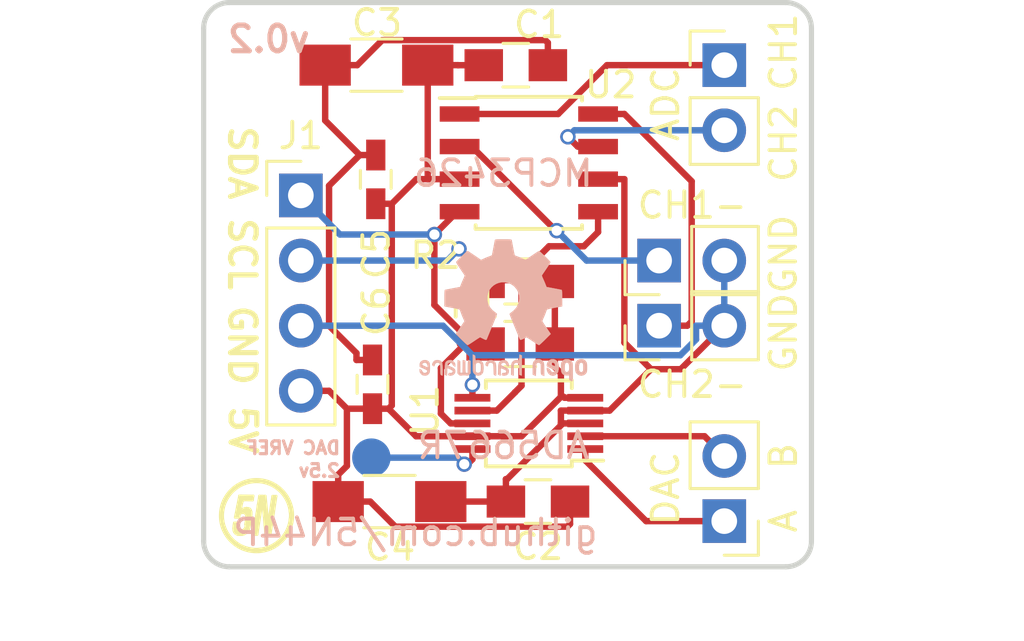
<source format=kicad_pcb>
(kicad_pcb (version 20171130) (host pcbnew "(5.1.12)-1")

  (general
    (thickness 1.6)
    (drawings 748)
    (tracks 144)
    (zones 0)
    (modules 17)
    (nets 12)
  )

  (page A4)
  (layers
    (0 F.Cu mixed)
    (31 B.Cu mixed)
    (32 B.Adhes user)
    (33 F.Adhes user)
    (34 B.Paste user)
    (35 F.Paste user)
    (36 B.SilkS user)
    (37 F.SilkS user)
    (38 B.Mask user)
    (39 F.Mask user)
    (40 Dwgs.User user)
    (41 Cmts.User user)
    (42 Eco1.User user)
    (43 Eco2.User user)
    (44 Edge.Cuts user)
    (45 Margin user)
    (46 B.CrtYd user)
    (47 F.CrtYd user)
    (48 B.Fab user)
    (49 F.Fab user hide)
  )

  (setup
    (last_trace_width 0.25)
    (trace_clearance 0.05)
    (zone_clearance 0.508)
    (zone_45_only no)
    (trace_min 0.2)
    (via_size 0.6)
    (via_drill 0.4)
    (via_min_size 0.4)
    (via_min_drill 0.3)
    (uvia_size 0.3)
    (uvia_drill 0.1)
    (uvias_allowed no)
    (uvia_min_size 0.2)
    (uvia_min_drill 0.1)
    (edge_width 0.2)
    (segment_width 0.2)
    (pcb_text_width 0.3)
    (pcb_text_size 1.5 1.5)
    (mod_edge_width 0.15)
    (mod_text_size 1 1)
    (mod_text_width 0.15)
    (pad_size 1.524 1.524)
    (pad_drill 0.762)
    (pad_to_mask_clearance 0.05)
    (aux_axis_origin 0 0)
    (grid_origin 132.1 89.41)
    (visible_elements 7FFFFFFF)
    (pcbplotparams
      (layerselection 0x00170_80000001)
      (usegerberextensions false)
      (usegerberattributes true)
      (usegerberadvancedattributes true)
      (creategerberjobfile true)
      (excludeedgelayer true)
      (linewidth 0.100000)
      (plotframeref false)
      (viasonmask false)
      (mode 1)
      (useauxorigin false)
      (hpglpennumber 1)
      (hpglpenspeed 20)
      (hpglpendiameter 15.000000)
      (psnegative false)
      (psa4output false)
      (plotreference true)
      (plotvalue true)
      (plotinvisibletext false)
      (padsonsilk false)
      (subtractmaskfromsilk false)
      (outputformat 1)
      (mirror false)
      (drillshape 0)
      (scaleselection 1)
      (outputdirectory ""))
  )

  (net 0 "")
  (net 1 +5V)
  (net 2 GND)
  (net 3 "Net-(J1-Pad1)")
  (net 4 "Net-(J1-Pad2)")
  (net 5 "Net-(J2-Pad1)")
  (net 6 "Net-(J2-Pad2)")
  (net 7 "Net-(J3-Pad1)")
  (net 8 "Net-(J3-Pad2)")
  (net 9 "Net-(J4-Pad1)")
  (net 10 "Net-(J5-Pad1)")
  (net 11 "Net-(TP1-Pad1)")

  (net_class Default "Questo è il gruppo di collegamenti predefinito"
    (clearance 0.05)
    (trace_width 0.25)
    (via_dia 0.6)
    (via_drill 0.4)
    (uvia_dia 0.3)
    (uvia_drill 0.1)
    (add_net +5V)
    (add_net GND)
    (add_net "Net-(J1-Pad1)")
    (add_net "Net-(J1-Pad2)")
    (add_net "Net-(J2-Pad1)")
    (add_net "Net-(J2-Pad2)")
    (add_net "Net-(J3-Pad1)")
    (add_net "Net-(J3-Pad2)")
    (add_net "Net-(J4-Pad1)")
    (add_net "Net-(J5-Pad1)")
    (add_net "Net-(TP1-Pad1)")
  )

  (net_class PWR ""
    (clearance 0.2)
    (trace_width 0.25)
    (via_dia 0.6)
    (via_drill 0.4)
    (uvia_dia 0.3)
    (uvia_drill 0.1)
  )

  (module Symbols:OSHW-Logo2_7.3x6mm_SilkScreen (layer B.Cu) (tedit 0) (tstamp 596E1A09)
    (at 143.784 79.4024 180)
    (descr "Open Source Hardware Symbol")
    (tags "Logo Symbol OSHW")
    (attr virtual)
    (fp_text reference REF*** (at -4.064 -6.7945 180) (layer B.SilkS) hide
      (effects (font (size 1 1) (thickness 0.15)) (justify mirror))
    )
    (fp_text value OSHW-Logo2_7.3x6mm_SilkScreen (at 0.75 0 180) (layer B.Fab) hide
      (effects (font (size 1 1) (thickness 0.15)) (justify mirror))
    )
    (fp_poly (pts (xy 0.10391 2.757652) (xy 0.182454 2.757222) (xy 0.239298 2.756058) (xy 0.278105 2.753793)
      (xy 0.302538 2.75006) (xy 0.316262 2.744494) (xy 0.32294 2.736727) (xy 0.326236 2.726395)
      (xy 0.326556 2.725057) (xy 0.331562 2.700921) (xy 0.340829 2.653299) (xy 0.353392 2.587259)
      (xy 0.368287 2.507872) (xy 0.384551 2.420204) (xy 0.385119 2.417125) (xy 0.40141 2.331211)
      (xy 0.416652 2.255304) (xy 0.429861 2.193955) (xy 0.440054 2.151718) (xy 0.446248 2.133145)
      (xy 0.446543 2.132816) (xy 0.464788 2.123747) (xy 0.502405 2.108633) (xy 0.551271 2.090738)
      (xy 0.551543 2.090642) (xy 0.613093 2.067507) (xy 0.685657 2.038035) (xy 0.754057 2.008403)
      (xy 0.757294 2.006938) (xy 0.868702 1.956374) (xy 1.115399 2.12484) (xy 1.191077 2.176197)
      (xy 1.259631 2.222111) (xy 1.317088 2.25997) (xy 1.359476 2.287163) (xy 1.382825 2.301079)
      (xy 1.385042 2.302111) (xy 1.40201 2.297516) (xy 1.433701 2.275345) (xy 1.481352 2.234553)
      (xy 1.546198 2.174095) (xy 1.612397 2.109773) (xy 1.676214 2.046388) (xy 1.733329 1.988549)
      (xy 1.780305 1.939825) (xy 1.813703 1.90379) (xy 1.830085 1.884016) (xy 1.830694 1.882998)
      (xy 1.832505 1.869428) (xy 1.825683 1.847267) (xy 1.80854 1.813522) (xy 1.779393 1.7652)
      (xy 1.736555 1.699308) (xy 1.679448 1.614483) (xy 1.628766 1.539823) (xy 1.583461 1.47286)
      (xy 1.54615 1.417484) (xy 1.519452 1.37758) (xy 1.505985 1.357038) (xy 1.505137 1.355644)
      (xy 1.506781 1.335962) (xy 1.519245 1.297707) (xy 1.540048 1.248111) (xy 1.547462 1.232272)
      (xy 1.579814 1.16171) (xy 1.614328 1.081647) (xy 1.642365 1.012371) (xy 1.662568 0.960955)
      (xy 1.678615 0.921881) (xy 1.687888 0.901459) (xy 1.689041 0.899886) (xy 1.706096 0.897279)
      (xy 1.746298 0.890137) (xy 1.804302 0.879477) (xy 1.874763 0.866315) (xy 1.952335 0.851667)
      (xy 2.031672 0.836551) (xy 2.107431 0.821982) (xy 2.174264 0.808978) (xy 2.226828 0.798555)
      (xy 2.259776 0.79173) (xy 2.267857 0.789801) (xy 2.276205 0.785038) (xy 2.282506 0.774282)
      (xy 2.287045 0.753902) (xy 2.290104 0.720266) (xy 2.291967 0.669745) (xy 2.292918 0.598708)
      (xy 2.29324 0.503524) (xy 2.293257 0.464508) (xy 2.293257 0.147201) (xy 2.217057 0.132161)
      (xy 2.174663 0.124005) (xy 2.1114 0.112101) (xy 2.034962 0.097884) (xy 1.953043 0.08279)
      (xy 1.9304 0.078645) (xy 1.854806 0.063947) (xy 1.788953 0.049495) (xy 1.738366 0.036625)
      (xy 1.708574 0.026678) (xy 1.703612 0.023713) (xy 1.691426 0.002717) (xy 1.673953 -0.037967)
      (xy 1.654577 -0.090322) (xy 1.650734 -0.1016) (xy 1.625339 -0.171523) (xy 1.593817 -0.250418)
      (xy 1.562969 -0.321266) (xy 1.562817 -0.321595) (xy 1.511447 -0.432733) (xy 1.680399 -0.681253)
      (xy 1.849352 -0.929772) (xy 1.632429 -1.147058) (xy 1.566819 -1.211726) (xy 1.506979 -1.268733)
      (xy 1.456267 -1.315033) (xy 1.418046 -1.347584) (xy 1.395675 -1.363343) (xy 1.392466 -1.364343)
      (xy 1.373626 -1.356469) (xy 1.33518 -1.334578) (xy 1.28133 -1.301267) (xy 1.216276 -1.259131)
      (xy 1.14594 -1.211943) (xy 1.074555 -1.16381) (xy 1.010908 -1.121928) (xy 0.959041 -1.088871)
      (xy 0.922995 -1.067218) (xy 0.906867 -1.059543) (xy 0.887189 -1.066037) (xy 0.849875 -1.08315)
      (xy 0.802621 -1.107326) (xy 0.797612 -1.110013) (xy 0.733977 -1.141927) (xy 0.690341 -1.157579)
      (xy 0.663202 -1.157745) (xy 0.649057 -1.143204) (xy 0.648975 -1.143) (xy 0.641905 -1.125779)
      (xy 0.625042 -1.084899) (xy 0.599695 -1.023525) (xy 0.567171 -0.944819) (xy 0.528778 -0.851947)
      (xy 0.485822 -0.748072) (xy 0.444222 -0.647502) (xy 0.398504 -0.536516) (xy 0.356526 -0.433703)
      (xy 0.319548 -0.342215) (xy 0.288827 -0.265201) (xy 0.265622 -0.205815) (xy 0.25119 -0.167209)
      (xy 0.246743 -0.1528) (xy 0.257896 -0.136272) (xy 0.287069 -0.10993) (xy 0.325971 -0.080887)
      (xy 0.436757 0.010961) (xy 0.523351 0.116241) (xy 0.584716 0.232734) (xy 0.619815 0.358224)
      (xy 0.627608 0.490493) (xy 0.621943 0.551543) (xy 0.591078 0.678205) (xy 0.53792 0.790059)
      (xy 0.465767 0.885999) (xy 0.377917 0.964924) (xy 0.277665 1.02573) (xy 0.16831 1.067313)
      (xy 0.053147 1.088572) (xy -0.064525 1.088401) (xy -0.18141 1.065699) (xy -0.294211 1.019362)
      (xy -0.399631 0.948287) (xy -0.443632 0.908089) (xy -0.528021 0.804871) (xy -0.586778 0.692075)
      (xy -0.620296 0.57299) (xy -0.628965 0.450905) (xy -0.613177 0.329107) (xy -0.573322 0.210884)
      (xy -0.509793 0.099525) (xy -0.422979 -0.001684) (xy -0.325971 -0.080887) (xy -0.285563 -0.111162)
      (xy -0.257018 -0.137219) (xy -0.246743 -0.152825) (xy -0.252123 -0.169843) (xy -0.267425 -0.2105)
      (xy -0.291388 -0.271642) (xy -0.322756 -0.350119) (xy -0.360268 -0.44278) (xy -0.402667 -0.546472)
      (xy -0.444337 -0.647526) (xy -0.49031 -0.758607) (xy -0.532893 -0.861541) (xy -0.570779 -0.953165)
      (xy -0.60266 -1.030316) (xy -0.627229 -1.089831) (xy -0.64318 -1.128544) (xy -0.64909 -1.143)
      (xy -0.663052 -1.157685) (xy -0.69006 -1.157642) (xy -0.733587 -1.142099) (xy -0.79711 -1.110284)
      (xy -0.797612 -1.110013) (xy -0.84544 -1.085323) (xy -0.884103 -1.067338) (xy -0.905905 -1.059614)
      (xy -0.906867 -1.059543) (xy -0.923279 -1.067378) (xy -0.959513 -1.089165) (xy -1.011526 -1.122328)
      (xy -1.075275 -1.164291) (xy -1.14594 -1.211943) (xy -1.217884 -1.260191) (xy -1.282726 -1.302151)
      (xy -1.336265 -1.335227) (xy -1.374303 -1.356821) (xy -1.392467 -1.364343) (xy -1.409192 -1.354457)
      (xy -1.44282 -1.326826) (xy -1.48999 -1.284495) (xy -1.547342 -1.230505) (xy -1.611516 -1.167899)
      (xy -1.632503 -1.146983) (xy -1.849501 -0.929623) (xy -1.684332 -0.68722) (xy -1.634136 -0.612781)
      (xy -1.590081 -0.545972) (xy -1.554638 -0.490665) (xy -1.530281 -0.450729) (xy -1.519478 -0.430036)
      (xy -1.519162 -0.428563) (xy -1.524857 -0.409058) (xy -1.540174 -0.369822) (xy -1.562463 -0.31743)
      (xy -1.578107 -0.282355) (xy -1.607359 -0.215201) (xy -1.634906 -0.147358) (xy -1.656263 -0.090034)
      (xy -1.662065 -0.072572) (xy -1.678548 -0.025938) (xy -1.69466 0.010095) (xy -1.70351 0.023713)
      (xy -1.72304 0.032048) (xy -1.765666 0.043863) (xy -1.825855 0.057819) (xy -1.898078 0.072578)
      (xy -1.9304 0.078645) (xy -2.012478 0.093727) (xy -2.091205 0.108331) (xy -2.158891 0.12102)
      (xy -2.20784 0.130358) (xy -2.217057 0.132161) (xy -2.293257 0.147201) (xy -2.293257 0.464508)
      (xy -2.293086 0.568846) (xy -2.292384 0.647787) (xy -2.290866 0.704962) (xy -2.288251 0.744001)
      (xy -2.284254 0.768535) (xy -2.278591 0.782195) (xy -2.27098 0.788611) (xy -2.267857 0.789801)
      (xy -2.249022 0.79402) (xy -2.207412 0.802438) (xy -2.14837 0.814039) (xy -2.077243 0.827805)
      (xy -1.999375 0.84272) (xy -1.920113 0.857768) (xy -1.844802 0.871931) (xy -1.778787 0.884194)
      (xy -1.727413 0.893539) (xy -1.696025 0.89895) (xy -1.689041 0.899886) (xy -1.682715 0.912404)
      (xy -1.66871 0.945754) (xy -1.649645 0.993623) (xy -1.642366 1.012371) (xy -1.613004 1.084805)
      (xy -1.578429 1.16483) (xy -1.547463 1.232272) (xy -1.524677 1.283841) (xy -1.509518 1.326215)
      (xy -1.504458 1.352166) (xy -1.505264 1.355644) (xy -1.515959 1.372064) (xy -1.54038 1.408583)
      (xy -1.575905 1.461313) (xy -1.619913 1.526365) (xy -1.669783 1.599849) (xy -1.679644 1.614355)
      (xy -1.737508 1.700296) (xy -1.780044 1.765739) (xy -1.808946 1.813696) (xy -1.82591 1.84718)
      (xy -1.832633 1.869205) (xy -1.83081 1.882783) (xy -1.830764 1.882869) (xy -1.816414 1.900703)
      (xy -1.784677 1.935183) (xy -1.73899 1.982732) (xy -1.682796 2.039778) (xy -1.619532 2.102745)
      (xy -1.612398 2.109773) (xy -1.53267 2.18698) (xy -1.471143 2.24367) (xy -1.426579 2.28089)
      (xy -1.397743 2.299685) (xy -1.385042 2.302111) (xy -1.366506 2.291529) (xy -1.328039 2.267084)
      (xy -1.273614 2.231388) (xy -1.207202 2.187053) (xy -1.132775 2.136689) (xy -1.115399 2.12484)
      (xy -0.868703 1.956374) (xy -0.757294 2.006938) (xy -0.689543 2.036405) (xy -0.616817 2.066041)
      (xy -0.554297 2.08967) (xy -0.551543 2.090642) (xy -0.50264 2.108543) (xy -0.464943 2.12368)
      (xy -0.446575 2.13279) (xy -0.446544 2.132816) (xy -0.440715 2.149283) (xy -0.430808 2.189781)
      (xy -0.417805 2.249758) (xy -0.402691 2.32466) (xy -0.386448 2.409936) (xy -0.385119 2.417125)
      (xy -0.368825 2.504986) (xy -0.353867 2.58474) (xy -0.341209 2.651319) (xy -0.331814 2.699653)
      (xy -0.326646 2.724675) (xy -0.326556 2.725057) (xy -0.323411 2.735701) (xy -0.317296 2.743738)
      (xy -0.304547 2.749533) (xy -0.2815 2.753453) (xy -0.244491 2.755865) (xy -0.189856 2.757135)
      (xy -0.113933 2.757629) (xy -0.013056 2.757714) (xy 0 2.757714) (xy 0.10391 2.757652)) (layer B.SilkS) (width 0.01))
    (fp_poly (pts (xy 3.153595 -1.966966) (xy 3.211021 -2.004497) (xy 3.238719 -2.038096) (xy 3.260662 -2.099064)
      (xy 3.262405 -2.147308) (xy 3.258457 -2.211816) (xy 3.109686 -2.276934) (xy 3.037349 -2.310202)
      (xy 2.990084 -2.336964) (xy 2.965507 -2.360144) (xy 2.961237 -2.382667) (xy 2.974889 -2.407455)
      (xy 2.989943 -2.423886) (xy 3.033746 -2.450235) (xy 3.081389 -2.452081) (xy 3.125145 -2.431546)
      (xy 3.157289 -2.390752) (xy 3.163038 -2.376347) (xy 3.190576 -2.331356) (xy 3.222258 -2.312182)
      (xy 3.265714 -2.295779) (xy 3.265714 -2.357966) (xy 3.261872 -2.400283) (xy 3.246823 -2.435969)
      (xy 3.21528 -2.476943) (xy 3.210592 -2.482267) (xy 3.175506 -2.51872) (xy 3.145347 -2.538283)
      (xy 3.107615 -2.547283) (xy 3.076335 -2.55023) (xy 3.020385 -2.550965) (xy 2.980555 -2.54166)
      (xy 2.955708 -2.527846) (xy 2.916656 -2.497467) (xy 2.889625 -2.464613) (xy 2.872517 -2.423294)
      (xy 2.863238 -2.367521) (xy 2.859693 -2.291305) (xy 2.85941 -2.252622) (xy 2.860372 -2.206247)
      (xy 2.948007 -2.206247) (xy 2.949023 -2.231126) (xy 2.951556 -2.2352) (xy 2.968274 -2.229665)
      (xy 3.004249 -2.215017) (xy 3.052331 -2.19419) (xy 3.062386 -2.189714) (xy 3.123152 -2.158814)
      (xy 3.156632 -2.131657) (xy 3.16399 -2.10622) (xy 3.146391 -2.080481) (xy 3.131856 -2.069109)
      (xy 3.07941 -2.046364) (xy 3.030322 -2.050122) (xy 2.989227 -2.077884) (xy 2.960758 -2.127152)
      (xy 2.951631 -2.166257) (xy 2.948007 -2.206247) (xy 2.860372 -2.206247) (xy 2.861285 -2.162249)
      (xy 2.868196 -2.095384) (xy 2.881884 -2.046695) (xy 2.904096 -2.010849) (xy 2.936574 -1.982513)
      (xy 2.950733 -1.973355) (xy 3.015053 -1.949507) (xy 3.085473 -1.948006) (xy 3.153595 -1.966966)) (layer B.SilkS) (width 0.01))
    (fp_poly (pts (xy 2.6526 -1.958752) (xy 2.669948 -1.966334) (xy 2.711356 -1.999128) (xy 2.746765 -2.046547)
      (xy 2.768664 -2.097151) (xy 2.772229 -2.122098) (xy 2.760279 -2.156927) (xy 2.734067 -2.175357)
      (xy 2.705964 -2.186516) (xy 2.693095 -2.188572) (xy 2.686829 -2.173649) (xy 2.674456 -2.141175)
      (xy 2.669028 -2.126502) (xy 2.63859 -2.075744) (xy 2.59452 -2.050427) (xy 2.53801 -2.051206)
      (xy 2.533825 -2.052203) (xy 2.503655 -2.066507) (xy 2.481476 -2.094393) (xy 2.466327 -2.139287)
      (xy 2.45725 -2.204615) (xy 2.453286 -2.293804) (xy 2.452914 -2.341261) (xy 2.45273 -2.416071)
      (xy 2.451522 -2.467069) (xy 2.448309 -2.499471) (xy 2.442109 -2.518495) (xy 2.43194 -2.529356)
      (xy 2.416819 -2.537272) (xy 2.415946 -2.53767) (xy 2.386828 -2.549981) (xy 2.372403 -2.554514)
      (xy 2.370186 -2.540809) (xy 2.368289 -2.502925) (xy 2.366847 -2.445715) (xy 2.365998 -2.374027)
      (xy 2.365829 -2.321565) (xy 2.366692 -2.220047) (xy 2.37007 -2.143032) (xy 2.377142 -2.086023)
      (xy 2.389088 -2.044526) (xy 2.40709 -2.014043) (xy 2.432327 -1.99008) (xy 2.457247 -1.973355)
      (xy 2.517171 -1.951097) (xy 2.586911 -1.946076) (xy 2.6526 -1.958752)) (layer B.SilkS) (width 0.01))
    (fp_poly (pts (xy 2.144876 -1.956335) (xy 2.186667 -1.975344) (xy 2.219469 -1.998378) (xy 2.243503 -2.024133)
      (xy 2.260097 -2.057358) (xy 2.270577 -2.1028) (xy 2.276271 -2.165207) (xy 2.278507 -2.249327)
      (xy 2.278743 -2.304721) (xy 2.278743 -2.520826) (xy 2.241774 -2.53767) (xy 2.212656 -2.549981)
      (xy 2.198231 -2.554514) (xy 2.195472 -2.541025) (xy 2.193282 -2.504653) (xy 2.191942 -2.451542)
      (xy 2.191657 -2.409372) (xy 2.190434 -2.348447) (xy 2.187136 -2.300115) (xy 2.182321 -2.270518)
      (xy 2.178496 -2.264229) (xy 2.152783 -2.270652) (xy 2.112418 -2.287125) (xy 2.065679 -2.309458)
      (xy 2.020845 -2.333457) (xy 1.986193 -2.35493) (xy 1.970002 -2.369685) (xy 1.969938 -2.369845)
      (xy 1.97133 -2.397152) (xy 1.983818 -2.423219) (xy 2.005743 -2.444392) (xy 2.037743 -2.451474)
      (xy 2.065092 -2.450649) (xy 2.103826 -2.450042) (xy 2.124158 -2.459116) (xy 2.136369 -2.483092)
      (xy 2.137909 -2.487613) (xy 2.143203 -2.521806) (xy 2.129047 -2.542568) (xy 2.092148 -2.552462)
      (xy 2.052289 -2.554292) (xy 1.980562 -2.540727) (xy 1.943432 -2.521355) (xy 1.897576 -2.475845)
      (xy 1.873256 -2.419983) (xy 1.871073 -2.360957) (xy 1.891629 -2.305953) (xy 1.922549 -2.271486)
      (xy 1.95342 -2.252189) (xy 2.001942 -2.227759) (xy 2.058485 -2.202985) (xy 2.06791 -2.199199)
      (xy 2.130019 -2.171791) (xy 2.165822 -2.147634) (xy 2.177337 -2.123619) (xy 2.16658 -2.096635)
      (xy 2.148114 -2.075543) (xy 2.104469 -2.049572) (xy 2.056446 -2.047624) (xy 2.012406 -2.067637)
      (xy 1.980709 -2.107551) (xy 1.976549 -2.117848) (xy 1.952327 -2.155724) (xy 1.916965 -2.183842)
      (xy 1.872343 -2.206917) (xy 1.872343 -2.141485) (xy 1.874969 -2.101506) (xy 1.88623 -2.069997)
      (xy 1.911199 -2.036378) (xy 1.935169 -2.010484) (xy 1.972441 -1.973817) (xy 2.001401 -1.954121)
      (xy 2.032505 -1.94622) (xy 2.067713 -1.944914) (xy 2.144876 -1.956335)) (layer B.SilkS) (width 0.01))
    (fp_poly (pts (xy 1.779833 -1.958663) (xy 1.782048 -1.99685) (xy 1.783784 -2.054886) (xy 1.784899 -2.12818)
      (xy 1.785257 -2.205055) (xy 1.785257 -2.465196) (xy 1.739326 -2.511127) (xy 1.707675 -2.539429)
      (xy 1.67989 -2.550893) (xy 1.641915 -2.550168) (xy 1.62684 -2.548321) (xy 1.579726 -2.542948)
      (xy 1.540756 -2.539869) (xy 1.531257 -2.539585) (xy 1.499233 -2.541445) (xy 1.453432 -2.546114)
      (xy 1.435674 -2.548321) (xy 1.392057 -2.551735) (xy 1.362745 -2.54432) (xy 1.33368 -2.521427)
      (xy 1.323188 -2.511127) (xy 1.277257 -2.465196) (xy 1.277257 -1.978602) (xy 1.314226 -1.961758)
      (xy 1.346059 -1.949282) (xy 1.364683 -1.944914) (xy 1.369458 -1.958718) (xy 1.373921 -1.997286)
      (xy 1.377775 -2.056356) (xy 1.380722 -2.131663) (xy 1.382143 -2.195286) (xy 1.386114 -2.445657)
      (xy 1.420759 -2.450556) (xy 1.452268 -2.447131) (xy 1.467708 -2.436041) (xy 1.472023 -2.415308)
      (xy 1.475708 -2.371145) (xy 1.478469 -2.309146) (xy 1.480012 -2.234909) (xy 1.480235 -2.196706)
      (xy 1.480457 -1.976783) (xy 1.526166 -1.960849) (xy 1.558518 -1.950015) (xy 1.576115 -1.944962)
      (xy 1.576623 -1.944914) (xy 1.578388 -1.958648) (xy 1.580329 -1.99673) (xy 1.582282 -2.054482)
      (xy 1.584084 -2.127227) (xy 1.585343 -2.195286) (xy 1.589314 -2.445657) (xy 1.6764 -2.445657)
      (xy 1.680396 -2.21724) (xy 1.684392 -1.988822) (xy 1.726847 -1.966868) (xy 1.758192 -1.951793)
      (xy 1.776744 -1.944951) (xy 1.777279 -1.944914) (xy 1.779833 -1.958663)) (layer B.SilkS) (width 0.01))
    (fp_poly (pts (xy 1.190117 -2.065358) (xy 1.189933 -2.173837) (xy 1.189219 -2.257287) (xy 1.187675 -2.319704)
      (xy 1.185001 -2.365085) (xy 1.180894 -2.397429) (xy 1.175055 -2.420733) (xy 1.167182 -2.438995)
      (xy 1.161221 -2.449418) (xy 1.111855 -2.505945) (xy 1.049264 -2.541377) (xy 0.980013 -2.55409)
      (xy 0.910668 -2.542463) (xy 0.869375 -2.521568) (xy 0.826025 -2.485422) (xy 0.796481 -2.441276)
      (xy 0.778655 -2.383462) (xy 0.770463 -2.306313) (xy 0.769302 -2.249714) (xy 0.769458 -2.245647)
      (xy 0.870857 -2.245647) (xy 0.871476 -2.31055) (xy 0.874314 -2.353514) (xy 0.88084 -2.381622)
      (xy 0.892523 -2.401953) (xy 0.906483 -2.417288) (xy 0.953365 -2.44689) (xy 1.003701 -2.449419)
      (xy 1.051276 -2.424705) (xy 1.054979 -2.421356) (xy 1.070783 -2.403935) (xy 1.080693 -2.383209)
      (xy 1.086058 -2.352362) (xy 1.088228 -2.304577) (xy 1.088571 -2.251748) (xy 1.087827 -2.185381)
      (xy 1.084748 -2.141106) (xy 1.078061 -2.112009) (xy 1.066496 -2.091173) (xy 1.057013 -2.080107)
      (xy 1.01296 -2.052198) (xy 0.962224 -2.048843) (xy 0.913796 -2.070159) (xy 0.90445 -2.078073)
      (xy 0.88854 -2.095647) (xy 0.87861 -2.116587) (xy 0.873278 -2.147782) (xy 0.871163 -2.196122)
      (xy 0.870857 -2.245647) (xy 0.769458 -2.245647) (xy 0.77281 -2.158568) (xy 0.784726 -2.090086)
      (xy 0.807135 -2.0386) (xy 0.842124 -1.998443) (xy 0.869375 -1.977861) (xy 0.918907 -1.955625)
      (xy 0.976316 -1.945304) (xy 1.029682 -1.948067) (xy 1.059543 -1.959212) (xy 1.071261 -1.962383)
      (xy 1.079037 -1.950557) (xy 1.084465 -1.918866) (xy 1.088571 -1.870593) (xy 1.093067 -1.816829)
      (xy 1.099313 -1.784482) (xy 1.110676 -1.765985) (xy 1.130528 -1.75377) (xy 1.143 -1.748362)
      (xy 1.190171 -1.728601) (xy 1.190117 -2.065358)) (layer B.SilkS) (width 0.01))
    (fp_poly (pts (xy 0.529926 -1.949755) (xy 0.595858 -1.974084) (xy 0.649273 -2.017117) (xy 0.670164 -2.047409)
      (xy 0.692939 -2.102994) (xy 0.692466 -2.143186) (xy 0.668562 -2.170217) (xy 0.659717 -2.174813)
      (xy 0.62153 -2.189144) (xy 0.602028 -2.185472) (xy 0.595422 -2.161407) (xy 0.595086 -2.148114)
      (xy 0.582992 -2.09921) (xy 0.551471 -2.064999) (xy 0.507659 -2.048476) (xy 0.458695 -2.052634)
      (xy 0.418894 -2.074227) (xy 0.40545 -2.086544) (xy 0.395921 -2.101487) (xy 0.389485 -2.124075)
      (xy 0.385317 -2.159328) (xy 0.382597 -2.212266) (xy 0.380502 -2.287907) (xy 0.37996 -2.311857)
      (xy 0.377981 -2.39379) (xy 0.375731 -2.451455) (xy 0.372357 -2.489608) (xy 0.367006 -2.513004)
      (xy 0.358824 -2.526398) (xy 0.346959 -2.534545) (xy 0.339362 -2.538144) (xy 0.307102 -2.550452)
      (xy 0.288111 -2.554514) (xy 0.281836 -2.540948) (xy 0.278006 -2.499934) (xy 0.2766 -2.430999)
      (xy 0.277598 -2.333669) (xy 0.277908 -2.318657) (xy 0.280101 -2.229859) (xy 0.282693 -2.165019)
      (xy 0.286382 -2.119067) (xy 0.291864 -2.086935) (xy 0.299835 -2.063553) (xy 0.310993 -2.043852)
      (xy 0.31683 -2.03541) (xy 0.350296 -1.998057) (xy 0.387727 -1.969003) (xy 0.392309 -1.966467)
      (xy 0.459426 -1.946443) (xy 0.529926 -1.949755)) (layer B.SilkS) (width 0.01))
    (fp_poly (pts (xy 0.039744 -1.950968) (xy 0.096616 -1.972087) (xy 0.097267 -1.972493) (xy 0.13244 -1.99838)
      (xy 0.158407 -2.028633) (xy 0.17667 -2.068058) (xy 0.188732 -2.121462) (xy 0.196096 -2.193651)
      (xy 0.200264 -2.289432) (xy 0.200629 -2.303078) (xy 0.205876 -2.508842) (xy 0.161716 -2.531678)
      (xy 0.129763 -2.54711) (xy 0.11047 -2.554423) (xy 0.109578 -2.554514) (xy 0.106239 -2.541022)
      (xy 0.103587 -2.504626) (xy 0.101956 -2.451452) (xy 0.1016 -2.408393) (xy 0.101592 -2.338641)
      (xy 0.098403 -2.294837) (xy 0.087288 -2.273944) (xy 0.063501 -2.272925) (xy 0.022296 -2.288741)
      (xy -0.039914 -2.317815) (xy -0.085659 -2.341963) (xy -0.109187 -2.362913) (xy -0.116104 -2.385747)
      (xy -0.116114 -2.386877) (xy -0.104701 -2.426212) (xy -0.070908 -2.447462) (xy -0.019191 -2.450539)
      (xy 0.018061 -2.450006) (xy 0.037703 -2.460735) (xy 0.049952 -2.486505) (xy 0.057002 -2.519337)
      (xy 0.046842 -2.537966) (xy 0.043017 -2.540632) (xy 0.007001 -2.55134) (xy -0.043434 -2.552856)
      (xy -0.095374 -2.545759) (xy -0.132178 -2.532788) (xy -0.183062 -2.489585) (xy -0.211986 -2.429446)
      (xy -0.217714 -2.382462) (xy -0.213343 -2.340082) (xy -0.197525 -2.305488) (xy -0.166203 -2.274763)
      (xy -0.115322 -2.24399) (xy -0.040824 -2.209252) (xy -0.036286 -2.207288) (xy 0.030821 -2.176287)
      (xy 0.072232 -2.150862) (xy 0.089981 -2.128014) (xy 0.086107 -2.104745) (xy 0.062643 -2.078056)
      (xy 0.055627 -2.071914) (xy 0.00863 -2.0481) (xy -0.040067 -2.049103) (xy -0.082478 -2.072451)
      (xy -0.110616 -2.115675) (xy -0.113231 -2.12416) (xy -0.138692 -2.165308) (xy -0.170999 -2.185128)
      (xy -0.217714 -2.20477) (xy -0.217714 -2.15395) (xy -0.203504 -2.080082) (xy -0.161325 -2.012327)
      (xy -0.139376 -1.989661) (xy -0.089483 -1.960569) (xy -0.026033 -1.9474) (xy 0.039744 -1.950968)) (layer B.SilkS) (width 0.01))
    (fp_poly (pts (xy -0.624114 -1.851289) (xy -0.619861 -1.910613) (xy -0.614975 -1.945572) (xy -0.608205 -1.96082)
      (xy -0.598298 -1.961015) (xy -0.595086 -1.959195) (xy -0.552356 -1.946015) (xy -0.496773 -1.946785)
      (xy -0.440263 -1.960333) (xy -0.404918 -1.977861) (xy -0.368679 -2.005861) (xy -0.342187 -2.037549)
      (xy -0.324001 -2.077813) (xy -0.312678 -2.131543) (xy -0.306778 -2.203626) (xy -0.304857 -2.298951)
      (xy -0.304823 -2.317237) (xy -0.3048 -2.522646) (xy -0.350509 -2.53858) (xy -0.382973 -2.54942)
      (xy -0.400785 -2.554468) (xy -0.401309 -2.554514) (xy -0.403063 -2.540828) (xy -0.404556 -2.503076)
      (xy -0.405674 -2.446224) (xy -0.406303 -2.375234) (xy -0.4064 -2.332073) (xy -0.406602 -2.246973)
      (xy -0.407642 -2.185981) (xy -0.410169 -2.144177) (xy -0.414836 -2.116642) (xy -0.422293 -2.098456)
      (xy -0.433189 -2.084698) (xy -0.439993 -2.078073) (xy -0.486728 -2.051375) (xy -0.537728 -2.049375)
      (xy -0.583999 -2.071955) (xy -0.592556 -2.080107) (xy -0.605107 -2.095436) (xy -0.613812 -2.113618)
      (xy -0.619369 -2.139909) (xy -0.622474 -2.179562) (xy -0.623824 -2.237832) (xy -0.624114 -2.318173)
      (xy -0.624114 -2.522646) (xy -0.669823 -2.53858) (xy -0.702287 -2.54942) (xy -0.720099 -2.554468)
      (xy -0.720623 -2.554514) (xy -0.721963 -2.540623) (xy -0.723172 -2.501439) (xy -0.724199 -2.4407)
      (xy -0.724998 -2.362141) (xy -0.725519 -2.269498) (xy -0.725714 -2.166509) (xy -0.725714 -1.769342)
      (xy -0.678543 -1.749444) (xy -0.631371 -1.729547) (xy -0.624114 -1.851289)) (layer B.SilkS) (width 0.01))
    (fp_poly (pts (xy -1.831697 -1.931239) (xy -1.774473 -1.969735) (xy -1.730251 -2.025335) (xy -1.703833 -2.096086)
      (xy -1.69849 -2.148162) (xy -1.699097 -2.169893) (xy -1.704178 -2.186531) (xy -1.718145 -2.201437)
      (xy -1.745411 -2.217973) (xy -1.790388 -2.239498) (xy -1.857489 -2.269374) (xy -1.857829 -2.269524)
      (xy -1.919593 -2.297813) (xy -1.970241 -2.322933) (xy -2.004596 -2.342179) (xy -2.017482 -2.352848)
      (xy -2.017486 -2.352934) (xy -2.006128 -2.376166) (xy -1.979569 -2.401774) (xy -1.949077 -2.420221)
      (xy -1.93363 -2.423886) (xy -1.891485 -2.411212) (xy -1.855192 -2.379471) (xy -1.837483 -2.344572)
      (xy -1.820448 -2.318845) (xy -1.787078 -2.289546) (xy -1.747851 -2.264235) (xy -1.713244 -2.250471)
      (xy -1.706007 -2.249714) (xy -1.697861 -2.26216) (xy -1.69737 -2.293972) (xy -1.703357 -2.336866)
      (xy -1.714643 -2.382558) (xy -1.73005 -2.422761) (xy -1.730829 -2.424322) (xy -1.777196 -2.489062)
      (xy -1.837289 -2.533097) (xy -1.905535 -2.554711) (xy -1.976362 -2.552185) (xy -2.044196 -2.523804)
      (xy -2.047212 -2.521808) (xy -2.100573 -2.473448) (xy -2.13566 -2.410352) (xy -2.155078 -2.327387)
      (xy -2.157684 -2.304078) (xy -2.162299 -2.194055) (xy -2.156767 -2.142748) (xy -2.017486 -2.142748)
      (xy -2.015676 -2.174753) (xy -2.005778 -2.184093) (xy -1.981102 -2.177105) (xy -1.942205 -2.160587)
      (xy -1.898725 -2.139881) (xy -1.897644 -2.139333) (xy -1.860791 -2.119949) (xy -1.846 -2.107013)
      (xy -1.849647 -2.093451) (xy -1.865005 -2.075632) (xy -1.904077 -2.049845) (xy -1.946154 -2.04795)
      (xy -1.983897 -2.066717) (xy -2.009966 -2.102915) (xy -2.017486 -2.142748) (xy -2.156767 -2.142748)
      (xy -2.152806 -2.106027) (xy -2.12845 -2.036212) (xy -2.094544 -1.987302) (xy -2.033347 -1.937878)
      (xy -1.965937 -1.913359) (xy -1.89712 -1.911797) (xy -1.831697 -1.931239)) (layer B.SilkS) (width 0.01))
    (fp_poly (pts (xy -2.958885 -1.921962) (xy -2.890855 -1.957733) (xy -2.840649 -2.015301) (xy -2.822815 -2.052312)
      (xy -2.808937 -2.107882) (xy -2.801833 -2.178096) (xy -2.80116 -2.254727) (xy -2.806573 -2.329552)
      (xy -2.81773 -2.394342) (xy -2.834286 -2.440873) (xy -2.839374 -2.448887) (xy -2.899645 -2.508707)
      (xy -2.971231 -2.544535) (xy -3.048908 -2.55502) (xy -3.127452 -2.53881) (xy -3.149311 -2.529092)
      (xy -3.191878 -2.499143) (xy -3.229237 -2.459433) (xy -3.232768 -2.454397) (xy -3.247119 -2.430124)
      (xy -3.256606 -2.404178) (xy -3.26221 -2.370022) (xy -3.264914 -2.321119) (xy -3.265701 -2.250935)
      (xy -3.265714 -2.2352) (xy -3.265678 -2.230192) (xy -3.120571 -2.230192) (xy -3.119727 -2.29643)
      (xy -3.116404 -2.340386) (xy -3.109417 -2.368779) (xy -3.097584 -2.388325) (xy -3.091543 -2.394857)
      (xy -3.056814 -2.41968) (xy -3.023097 -2.418548) (xy -2.989005 -2.397016) (xy -2.968671 -2.374029)
      (xy -2.956629 -2.340478) (xy -2.949866 -2.287569) (xy -2.949402 -2.281399) (xy -2.948248 -2.185513)
      (xy -2.960312 -2.114299) (xy -2.98543 -2.068194) (xy -3.02344 -2.047635) (xy -3.037008 -2.046514)
      (xy -3.072636 -2.052152) (xy -3.097006 -2.071686) (xy -3.111907 -2.109042) (xy -3.119125 -2.16815)
      (xy -3.120571 -2.230192) (xy -3.265678 -2.230192) (xy -3.265174 -2.160413) (xy -3.262904 -2.108159)
      (xy -3.257932 -2.071949) (xy -3.249287 -2.045299) (xy -3.235995 -2.021722) (xy -3.233057 -2.017338)
      (xy -3.183687 -1.958249) (xy -3.129891 -1.923947) (xy -3.064398 -1.910331) (xy -3.042158 -1.909665)
      (xy -2.958885 -1.921962)) (layer B.SilkS) (width 0.01))
    (fp_poly (pts (xy -1.283907 -1.92778) (xy -1.237328 -1.954723) (xy -1.204943 -1.981466) (xy -1.181258 -2.009484)
      (xy -1.164941 -2.043748) (xy -1.154661 -2.089227) (xy -1.149086 -2.150892) (xy -1.146884 -2.233711)
      (xy -1.146629 -2.293246) (xy -1.146629 -2.512391) (xy -1.208314 -2.540044) (xy -1.27 -2.567697)
      (xy -1.277257 -2.32767) (xy -1.280256 -2.238028) (xy -1.283402 -2.172962) (xy -1.287299 -2.128026)
      (xy -1.292553 -2.09877) (xy -1.299769 -2.080748) (xy -1.30955 -2.069511) (xy -1.312688 -2.067079)
      (xy -1.360239 -2.048083) (xy -1.408303 -2.0556) (xy -1.436914 -2.075543) (xy -1.448553 -2.089675)
      (xy -1.456609 -2.10822) (xy -1.461729 -2.136334) (xy -1.464559 -2.179173) (xy -1.465744 -2.241895)
      (xy -1.465943 -2.307261) (xy -1.465982 -2.389268) (xy -1.467386 -2.447316) (xy -1.472086 -2.486465)
      (xy -1.482013 -2.51178) (xy -1.499097 -2.528323) (xy -1.525268 -2.541156) (xy -1.560225 -2.554491)
      (xy -1.598404 -2.569007) (xy -1.593859 -2.311389) (xy -1.592029 -2.218519) (xy -1.589888 -2.149889)
      (xy -1.586819 -2.100711) (xy -1.582206 -2.066198) (xy -1.575432 -2.041562) (xy -1.565881 -2.022016)
      (xy -1.554366 -2.00477) (xy -1.49881 -1.94968) (xy -1.43102 -1.917822) (xy -1.357287 -1.910191)
      (xy -1.283907 -1.92778)) (layer B.SilkS) (width 0.01))
    (fp_poly (pts (xy -2.400256 -1.919918) (xy -2.344799 -1.947568) (xy -2.295852 -1.99848) (xy -2.282371 -2.017338)
      (xy -2.267686 -2.042015) (xy -2.258158 -2.068816) (xy -2.252707 -2.104587) (xy -2.250253 -2.156169)
      (xy -2.249714 -2.224267) (xy -2.252148 -2.317588) (xy -2.260606 -2.387657) (xy -2.276826 -2.439931)
      (xy -2.302546 -2.479869) (xy -2.339503 -2.512929) (xy -2.342218 -2.514886) (xy -2.37864 -2.534908)
      (xy -2.422498 -2.544815) (xy -2.478276 -2.547257) (xy -2.568952 -2.547257) (xy -2.56899 -2.635283)
      (xy -2.569834 -2.684308) (xy -2.574976 -2.713065) (xy -2.588413 -2.730311) (xy -2.614142 -2.744808)
      (xy -2.620321 -2.747769) (xy -2.649236 -2.761648) (xy -2.671624 -2.770414) (xy -2.688271 -2.771171)
      (xy -2.699964 -2.761023) (xy -2.70749 -2.737073) (xy -2.711634 -2.696426) (xy -2.713185 -2.636186)
      (xy -2.712929 -2.553455) (xy -2.711651 -2.445339) (xy -2.711252 -2.413) (xy -2.709815 -2.301524)
      (xy -2.708528 -2.228603) (xy -2.569029 -2.228603) (xy -2.568245 -2.290499) (xy -2.56476 -2.330997)
      (xy -2.556876 -2.357708) (xy -2.542895 -2.378244) (xy -2.533403 -2.38826) (xy -2.494596 -2.417567)
      (xy -2.460237 -2.419952) (xy -2.424784 -2.39575) (xy -2.423886 -2.394857) (xy -2.409461 -2.376153)
      (xy -2.400687 -2.350732) (xy -2.396261 -2.311584) (xy -2.394882 -2.251697) (xy -2.394857 -2.23843)
      (xy -2.398188 -2.155901) (xy -2.409031 -2.098691) (xy -2.42866 -2.063766) (xy -2.45835 -2.048094)
      (xy -2.475509 -2.046514) (xy -2.516234 -2.053926) (xy -2.544168 -2.07833) (xy -2.560983 -2.12298)
      (xy -2.56835 -2.19113) (xy -2.569029 -2.228603) (xy -2.708528 -2.228603) (xy -2.708292 -2.215245)
      (xy -2.706323 -2.150333) (xy -2.70355 -2.102958) (xy -2.699612 -2.06929) (xy -2.694151 -2.045498)
      (xy -2.686808 -2.027753) (xy -2.677223 -2.012224) (xy -2.673113 -2.006381) (xy -2.618595 -1.951185)
      (xy -2.549664 -1.91989) (xy -2.469928 -1.911165) (xy -2.400256 -1.919918)) (layer B.SilkS) (width 0.01))
  )

  (module Pin_Headers:Pin_Header_Straight_1x04_Pitch2.54mm (layer F.Cu) (tedit 593288F4) (tstamp 5931BF5C)
    (at 135.89 74.93)
    (descr "Through hole straight pin header, 1x04, 2.54mm pitch, single row")
    (tags "Through hole pin header THT 1x04 2.54mm single row")
    (path /5932A54B)
    (fp_text reference J1 (at 0 -2.33) (layer F.SilkS)
      (effects (font (size 1 1) (thickness 0.15)))
    )
    (fp_text value CON (at -5.3086 -3.59664 90) (layer F.Fab)
      (effects (font (size 1 1) (thickness 0.15)))
    )
    (fp_line (start 1.8 -1.8) (end -1.8 -1.8) (layer F.CrtYd) (width 0.05))
    (fp_line (start 1.8 9.4) (end 1.8 -1.8) (layer F.CrtYd) (width 0.05))
    (fp_line (start -1.8 9.4) (end 1.8 9.4) (layer F.CrtYd) (width 0.05))
    (fp_line (start -1.8 -1.8) (end -1.8 9.4) (layer F.CrtYd) (width 0.05))
    (fp_line (start -1.33 -1.33) (end 0 -1.33) (layer F.SilkS) (width 0.12))
    (fp_line (start -1.33 0) (end -1.33 -1.33) (layer F.SilkS) (width 0.12))
    (fp_line (start 1.33 1.27) (end -1.33 1.27) (layer F.SilkS) (width 0.12))
    (fp_line (start 1.33 8.95) (end 1.33 1.27) (layer F.SilkS) (width 0.12))
    (fp_line (start -1.33 8.95) (end 1.33 8.95) (layer F.SilkS) (width 0.12))
    (fp_line (start -1.33 1.27) (end -1.33 8.95) (layer F.SilkS) (width 0.12))
    (fp_line (start 1.27 -1.27) (end -1.27 -1.27) (layer F.Fab) (width 0.1))
    (fp_line (start 1.27 8.89) (end 1.27 -1.27) (layer F.Fab) (width 0.1))
    (fp_line (start -1.27 8.89) (end 1.27 8.89) (layer F.Fab) (width 0.1))
    (fp_line (start -1.27 -1.27) (end -1.27 8.89) (layer F.Fab) (width 0.1))
    (fp_text user %R (at -7.4041 -4.5339) (layer F.Fab)
      (effects (font (size 1 1) (thickness 0.15)))
    )
    (pad 1 thru_hole rect (at 0 0) (size 1.7 1.7) (drill 1) (layers *.Cu *.Mask)
      (net 3 "Net-(J1-Pad1)"))
    (pad 2 thru_hole oval (at 0 2.54) (size 1.7 1.7) (drill 1) (layers *.Cu *.Mask)
      (net 4 "Net-(J1-Pad2)"))
    (pad 3 thru_hole oval (at 0 5.08) (size 1.7 1.7) (drill 1) (layers *.Cu *.Mask)
      (net 2 GND))
    (pad 4 thru_hole oval (at 0 7.62) (size 1.7 1.7) (drill 1) (layers *.Cu *.Mask)
      (net 1 +5V))
    (model ${KISYS3DMOD}/Pin_Headers.3dshapes/Pin_Header_Straight_1x04_Pitch2.54mm.wrl
      (at (xyz 0 0 0))
      (scale (xyz 1 1 1))
      (rotate (xyz 0 0 0))
    )
  )

  (module Housings_SOIC:SOIC-8_3.9x4.9mm_Pitch1.27mm (layer F.Cu) (tedit 59329939) (tstamp 5931C13C)
    (at 144.78 73.66)
    (descr "8-Lead Plastic Small Outline (SN) - Narrow, 3.90 mm Body [SOIC] (see Microchip Packaging Specification 00000049BS.pdf)")
    (tags "SOIC 1.27")
    (path /5932A543)
    (attr smd)
    (fp_text reference U2 (at 3.195 -3.046) (layer F.SilkS)
      (effects (font (size 1 1) (thickness 0.15)))
    )
    (fp_text value MCP3426 (at -0.996 0.4084) (layer B.SilkS)
      (effects (font (size 1 1) (thickness 0.15)) (justify mirror))
    )
    (fp_line (start -2.075 -2.525) (end -3.475 -2.525) (layer F.SilkS) (width 0.15))
    (fp_line (start -2.075 2.575) (end 2.075 2.575) (layer F.SilkS) (width 0.15))
    (fp_line (start -2.075 -2.575) (end 2.075 -2.575) (layer F.SilkS) (width 0.15))
    (fp_line (start -2.075 2.575) (end -2.075 2.43) (layer F.SilkS) (width 0.15))
    (fp_line (start 2.075 2.575) (end 2.075 2.43) (layer F.SilkS) (width 0.15))
    (fp_line (start 2.075 -2.575) (end 2.075 -2.43) (layer F.SilkS) (width 0.15))
    (fp_line (start -2.075 -2.575) (end -2.075 -2.525) (layer F.SilkS) (width 0.15))
    (fp_line (start -3.73 2.7) (end 3.73 2.7) (layer F.CrtYd) (width 0.05))
    (fp_line (start -3.73 -2.7) (end 3.73 -2.7) (layer F.CrtYd) (width 0.05))
    (fp_line (start 3.73 -2.7) (end 3.73 2.7) (layer F.CrtYd) (width 0.05))
    (fp_line (start -3.73 -2.7) (end -3.73 2.7) (layer F.CrtYd) (width 0.05))
    (fp_line (start -1.95 -1.45) (end -0.95 -2.45) (layer F.Fab) (width 0.1))
    (fp_line (start -1.95 2.45) (end -1.95 -1.45) (layer F.Fab) (width 0.1))
    (fp_line (start 1.95 2.45) (end -1.95 2.45) (layer F.Fab) (width 0.1))
    (fp_line (start 1.95 -2.45) (end 1.95 2.45) (layer F.Fab) (width 0.1))
    (fp_line (start -0.95 -2.45) (end 1.95 -2.45) (layer F.Fab) (width 0.1))
    (fp_text user %R (at -16.3449 1.9939) (layer F.Fab)
      (effects (font (size 1 1) (thickness 0.15)))
    )
    (pad 1 smd rect (at -2.7 -1.905) (size 1.55 0.6) (layers F.Cu F.Paste F.Mask)
      (net 7 "Net-(J3-Pad1)"))
    (pad 2 smd rect (at -2.7 -0.635) (size 1.55 0.6) (layers F.Cu F.Paste F.Mask)
      (net 9 "Net-(J4-Pad1)"))
    (pad 3 smd rect (at -2.7 0.635) (size 1.55 0.6) (layers F.Cu F.Paste F.Mask)
      (net 1 +5V))
    (pad 4 smd rect (at -2.7 1.905) (size 1.55 0.6) (layers F.Cu F.Paste F.Mask)
      (net 3 "Net-(J1-Pad1)"))
    (pad 5 smd rect (at 2.7 1.905) (size 1.55 0.6) (layers F.Cu F.Paste F.Mask)
      (net 4 "Net-(J1-Pad2)"))
    (pad 6 smd rect (at 2.7 0.635) (size 1.55 0.6) (layers F.Cu F.Paste F.Mask)
      (net 2 GND))
    (pad 7 smd rect (at 2.7 -0.635) (size 1.55 0.6) (layers F.Cu F.Paste F.Mask)
      (net 8 "Net-(J3-Pad2)"))
    (pad 8 smd rect (at 2.7 -1.905) (size 1.55 0.6) (layers F.Cu F.Paste F.Mask)
      (net 10 "Net-(J5-Pad1)"))
    (model Housings_SOIC.3dshapes/SOIC-8_3.9x4.9mm_Pitch1.27mm.wrl
      (at (xyz 0 0 0))
      (scale (xyz 1 1 1))
      (rotate (xyz 0 0 0))
    )
  )

  (module Capacitors_SMD:C_0805_HandSoldering (layer F.Cu) (tedit 593288BF) (tstamp 5931BF36)
    (at 144.272 69.852)
    (descr "Capacitor SMD 0805, hand soldering")
    (tags "capacitor 0805")
    (path /5932A554)
    (attr smd)
    (fp_text reference C1 (at 0.909 -1.5855) (layer F.SilkS)
      (effects (font (size 1 1) (thickness 0.15)))
    )
    (fp_text value 100n (at -17.6784 -1.1684) (layer F.Fab)
      (effects (font (size 1 1) (thickness 0.15)))
    )
    (fp_line (start 2.25 0.87) (end -2.25 0.87) (layer F.CrtYd) (width 0.05))
    (fp_line (start 2.25 0.87) (end 2.25 -0.88) (layer F.CrtYd) (width 0.05))
    (fp_line (start -2.25 -0.88) (end -2.25 0.87) (layer F.CrtYd) (width 0.05))
    (fp_line (start -2.25 -0.88) (end 2.25 -0.88) (layer F.CrtYd) (width 0.05))
    (fp_line (start -0.5 0.85) (end 0.5 0.85) (layer F.SilkS) (width 0.12))
    (fp_line (start 0.5 -0.85) (end -0.5 -0.85) (layer F.SilkS) (width 0.12))
    (fp_line (start -1 -0.62) (end 1 -0.62) (layer F.Fab) (width 0.1))
    (fp_line (start 1 -0.62) (end 1 0.62) (layer F.Fab) (width 0.1))
    (fp_line (start 1 0.62) (end -1 0.62) (layer F.Fab) (width 0.1))
    (fp_line (start -1 0.62) (end -1 -0.62) (layer F.Fab) (width 0.1))
    (fp_text user %R (at -19.0119 0.5842) (layer F.Fab)
      (effects (font (size 1 1) (thickness 0.15)))
    )
    (pad 1 smd rect (at -1.25 0) (size 1.5 1.25) (layers F.Cu F.Paste F.Mask)
      (net 1 +5V))
    (pad 2 smd rect (at 1.25 0) (size 1.5 1.25) (layers F.Cu F.Paste F.Mask)
      (net 2 GND))
    (model Capacitors_SMD.3dshapes/C_0805.wrl
      (at (xyz 0 0 0))
      (scale (xyz 1 1 1))
      (rotate (xyz 0 0 0))
    )
  )

  (module Capacitors_SMD:C_0805_HandSoldering (layer F.Cu) (tedit 593288EE) (tstamp 5931BF3C)
    (at 145.136 86.868 180)
    (descr "Capacitor SMD 0805, hand soldering")
    (tags "capacitor 0805")
    (path /5932A551)
    (attr smd)
    (fp_text reference C2 (at 0 -1.75 180) (layer F.SilkS)
      (effects (font (size 1 1) (thickness 0.15)))
    )
    (fp_text value 100n (at -17.54632 1.33096 180) (layer F.Fab)
      (effects (font (size 1 1) (thickness 0.15)))
    )
    (fp_line (start 2.25 0.87) (end -2.25 0.87) (layer F.CrtYd) (width 0.05))
    (fp_line (start 2.25 0.87) (end 2.25 -0.88) (layer F.CrtYd) (width 0.05))
    (fp_line (start -2.25 -0.88) (end -2.25 0.87) (layer F.CrtYd) (width 0.05))
    (fp_line (start -2.25 -0.88) (end 2.25 -0.88) (layer F.CrtYd) (width 0.05))
    (fp_line (start -0.5 0.85) (end 0.5 0.85) (layer F.SilkS) (width 0.12))
    (fp_line (start 0.5 -0.85) (end -0.5 -0.85) (layer F.SilkS) (width 0.12))
    (fp_line (start -1 -0.62) (end 1 -0.62) (layer F.Fab) (width 0.1))
    (fp_line (start 1 -0.62) (end 1 0.62) (layer F.Fab) (width 0.1))
    (fp_line (start 1 0.62) (end -1 0.62) (layer F.Fab) (width 0.1))
    (fp_line (start -1 0.62) (end -1 -0.62) (layer F.Fab) (width 0.1))
    (fp_text user %R (at 0.23368 -4.61264 180) (layer F.Fab)
      (effects (font (size 1 1) (thickness 0.15)))
    )
    (pad 1 smd rect (at -1.25 0 180) (size 1.5 1.25) (layers F.Cu F.Paste F.Mask)
      (net 1 +5V))
    (pad 2 smd rect (at 1.25 0 180) (size 1.5 1.25) (layers F.Cu F.Paste F.Mask)
      (net 2 GND))
    (model Capacitors_SMD.3dshapes/C_0805.wrl
      (at (xyz 0 0 0))
      (scale (xyz 1 1 1))
      (rotate (xyz 0 0 0))
    )
  )

  (module Pin_Headers:Pin_Header_Straight_1x02_Pitch2.54mm (layer F.Cu) (tedit 59328985) (tstamp 5931BF62)
    (at 152.4 87.63 180)
    (descr "Through hole straight pin header, 1x02, 2.54mm pitch, single row")
    (tags "Through hole pin header THT 1x02 2.54mm single row")
    (path /5932A550)
    (fp_text reference J2 (at -6.35 0.508 180) (layer F.Fab)
      (effects (font (size 1 1) (thickness 0.15)))
    )
    (fp_text value DAC (at 2.286 1.27 270) (layer F.SilkS)
      (effects (font (size 1 1) (thickness 0.15)))
    )
    (fp_line (start 1.8 -1.8) (end -1.8 -1.8) (layer F.CrtYd) (width 0.05))
    (fp_line (start 1.8 4.35) (end 1.8 -1.8) (layer F.CrtYd) (width 0.05))
    (fp_line (start -1.8 4.35) (end 1.8 4.35) (layer F.CrtYd) (width 0.05))
    (fp_line (start -1.8 -1.8) (end -1.8 4.35) (layer F.CrtYd) (width 0.05))
    (fp_line (start -1.33 -1.33) (end 0 -1.33) (layer F.SilkS) (width 0.12))
    (fp_line (start -1.33 0) (end -1.33 -1.33) (layer F.SilkS) (width 0.12))
    (fp_line (start 1.33 1.27) (end -1.33 1.27) (layer F.SilkS) (width 0.12))
    (fp_line (start 1.33 3.87) (end 1.33 1.27) (layer F.SilkS) (width 0.12))
    (fp_line (start -1.33 3.87) (end 1.33 3.87) (layer F.SilkS) (width 0.12))
    (fp_line (start -1.33 1.27) (end -1.33 3.87) (layer F.SilkS) (width 0.12))
    (fp_line (start 1.27 -1.27) (end -1.27 -1.27) (layer F.Fab) (width 0.1))
    (fp_line (start 1.27 3.81) (end 1.27 -1.27) (layer F.Fab) (width 0.1))
    (fp_line (start -1.27 3.81) (end 1.27 3.81) (layer F.Fab) (width 0.1))
    (fp_line (start -1.27 -1.27) (end -1.27 3.81) (layer F.Fab) (width 0.1))
    (fp_text user %R (at -6.33984 3.84048 180) (layer F.Fab)
      (effects (font (size 1 1) (thickness 0.15)))
    )
    (pad 1 thru_hole rect (at 0 0 180) (size 1.7 1.7) (drill 1) (layers *.Cu *.Mask)
      (net 5 "Net-(J2-Pad1)"))
    (pad 2 thru_hole oval (at 0 2.54 180) (size 1.7 1.7) (drill 1) (layers *.Cu *.Mask)
      (net 6 "Net-(J2-Pad2)"))
    (model ${KISYS3DMOD}/Pin_Headers.3dshapes/Pin_Header_Straight_1x02_Pitch2.54mm.wrl
      (at (xyz 0 0 0))
      (scale (xyz 1 1 1))
      (rotate (xyz 0 0 0))
    )
  )

  (module Pin_Headers:Pin_Header_Straight_1x02_Pitch2.54mm (layer F.Cu) (tedit 59328983) (tstamp 5931BF68)
    (at 152.4 69.85)
    (descr "Through hole straight pin header, 1x02, 2.54mm pitch, single row")
    (tags "Through hole pin header THT 1x02 2.54mm single row")
    (path /5932A54F)
    (fp_text reference J3 (at 4.699 -2.159) (layer F.Fab)
      (effects (font (size 1 1) (thickness 0.15)))
    )
    (fp_text value ADC (at -2.286 1.524 90) (layer F.SilkS)
      (effects (font (size 1 1) (thickness 0.15)))
    )
    (fp_line (start 1.8 -1.8) (end -1.8 -1.8) (layer F.CrtYd) (width 0.05))
    (fp_line (start 1.8 4.35) (end 1.8 -1.8) (layer F.CrtYd) (width 0.05))
    (fp_line (start -1.8 4.35) (end 1.8 4.35) (layer F.CrtYd) (width 0.05))
    (fp_line (start -1.8 -1.8) (end -1.8 4.35) (layer F.CrtYd) (width 0.05))
    (fp_line (start -1.33 -1.33) (end 0 -1.33) (layer F.SilkS) (width 0.12))
    (fp_line (start -1.33 0) (end -1.33 -1.33) (layer F.SilkS) (width 0.12))
    (fp_line (start 1.33 1.27) (end -1.33 1.27) (layer F.SilkS) (width 0.12))
    (fp_line (start 1.33 3.87) (end 1.33 1.27) (layer F.SilkS) (width 0.12))
    (fp_line (start -1.33 3.87) (end 1.33 3.87) (layer F.SilkS) (width 0.12))
    (fp_line (start -1.33 1.27) (end -1.33 3.87) (layer F.SilkS) (width 0.12))
    (fp_line (start 1.27 -1.27) (end -1.27 -1.27) (layer F.Fab) (width 0.1))
    (fp_line (start 1.27 3.81) (end 1.27 -1.27) (layer F.Fab) (width 0.1))
    (fp_line (start -1.27 3.81) (end 1.27 3.81) (layer F.Fab) (width 0.1))
    (fp_line (start -1.27 -1.27) (end -1.27 3.81) (layer F.Fab) (width 0.1))
    (fp_text user %R (at 7.33298 -1.65862) (layer F.Fab)
      (effects (font (size 1 1) (thickness 0.15)))
    )
    (pad 1 thru_hole rect (at 0 0) (size 1.7 1.7) (drill 1) (layers *.Cu *.Mask)
      (net 7 "Net-(J3-Pad1)"))
    (pad 2 thru_hole oval (at 0 2.54) (size 1.7 1.7) (drill 1) (layers *.Cu *.Mask)
      (net 8 "Net-(J3-Pad2)"))
    (model ${KISYS3DMOD}/Pin_Headers.3dshapes/Pin_Header_Straight_1x02_Pitch2.54mm.wrl
      (at (xyz 0 0 0))
      (scale (xyz 1 1 1))
      (rotate (xyz 0 0 0))
    )
  )

  (module Resistors_SMD:R_0805_HandSoldering (layer F.Cu) (tedit 7FFFFFFF) (tstamp 5931BF6E)
    (at 144.444 80.7232 180)
    (descr "Resistor SMD 0805, hand soldering")
    (tags "resistor 0805")
    (path /5932A548)
    (attr smd)
    (fp_text reference R1 (at 1.778 1.524) (layer F.SilkS)
      (effects (font (size 1 1) (thickness 0.15)))
    )
    (fp_text value 4K7 (at -18.17624 1.24968 180) (layer F.Fab)
      (effects (font (size 1 1) (thickness 0.15)))
    )
    (fp_line (start 2.35 0.9) (end -2.35 0.9) (layer F.CrtYd) (width 0.05))
    (fp_line (start 2.35 0.9) (end 2.35 -0.9) (layer F.CrtYd) (width 0.05))
    (fp_line (start -2.35 -0.9) (end -2.35 0.9) (layer F.CrtYd) (width 0.05))
    (fp_line (start -2.35 -0.9) (end 2.35 -0.9) (layer F.CrtYd) (width 0.05))
    (fp_line (start -0.6 -0.88) (end 0.6 -0.88) (layer F.SilkS) (width 0.12))
    (fp_line (start 0.6 0.88) (end -0.6 0.88) (layer F.SilkS) (width 0.12))
    (fp_line (start -1 -0.62) (end 1 -0.62) (layer F.Fab) (width 0.1))
    (fp_line (start 1 -0.62) (end 1 0.62) (layer F.Fab) (width 0.1))
    (fp_line (start 1 0.62) (end -1 0.62) (layer F.Fab) (width 0.1))
    (fp_line (start -1 0.62) (end -1 -0.62) (layer F.Fab) (width 0.1))
    (fp_text user %R (at 13.64996 -0.1016 180) (layer F.Fab)
      (effects (font (size 0.5 0.5) (thickness 0.075)))
    )
    (pad 1 smd rect (at -1.35 0 180) (size 1.5 1.3) (layers F.Cu F.Paste F.Mask)
      (net 1 +5V))
    (pad 2 smd rect (at 1.35 0 180) (size 1.5 1.3) (layers F.Cu F.Paste F.Mask)
      (net 3 "Net-(J1-Pad1)"))
    (model ${KISYS3DMOD}/Resistors_SMD.3dshapes/R_0805.wrl
      (at (xyz 0 0 0))
      (scale (xyz 1 1 1))
      (rotate (xyz 0 0 0))
    )
  )

  (module Resistors_SMD:R_0805_HandSoldering (layer F.Cu) (tedit 7FFFFFFF) (tstamp 5931BF74)
    (at 144.444 78.2848 180)
    (descr "Resistor SMD 0805, hand soldering")
    (tags "resistor 0805")
    (path /5932A549)
    (attr smd)
    (fp_text reference R2 (at 3.302 1.016) (layer F.SilkS)
      (effects (font (size 1 1) (thickness 0.15)))
    )
    (fp_text value 4K7 (at -12.81176 -0.6604 180) (layer F.Fab)
      (effects (font (size 1 1) (thickness 0.15)))
    )
    (fp_line (start 2.35 0.9) (end -2.35 0.9) (layer F.CrtYd) (width 0.05))
    (fp_line (start 2.35 0.9) (end 2.35 -0.9) (layer F.CrtYd) (width 0.05))
    (fp_line (start -2.35 -0.9) (end -2.35 0.9) (layer F.CrtYd) (width 0.05))
    (fp_line (start -2.35 -0.9) (end 2.35 -0.9) (layer F.CrtYd) (width 0.05))
    (fp_line (start -0.6 -0.88) (end 0.6 -0.88) (layer F.SilkS) (width 0.12))
    (fp_line (start 0.6 0.88) (end -0.6 0.88) (layer F.SilkS) (width 0.12))
    (fp_line (start -1 -0.62) (end 1 -0.62) (layer F.Fab) (width 0.1))
    (fp_line (start 1 -0.62) (end 1 0.62) (layer F.Fab) (width 0.1))
    (fp_line (start 1 0.62) (end -1 0.62) (layer F.Fab) (width 0.1))
    (fp_line (start -1 0.62) (end -1 -0.62) (layer F.Fab) (width 0.1))
    (fp_text user %R (at 15.09014 -0.88138 180) (layer F.Fab)
      (effects (font (size 0.5 0.5) (thickness 0.075)))
    )
    (pad 1 smd rect (at -1.35 0 180) (size 1.5 1.3) (layers F.Cu F.Paste F.Mask)
      (net 1 +5V))
    (pad 2 smd rect (at 1.35 0 180) (size 1.5 1.3) (layers F.Cu F.Paste F.Mask)
      (net 4 "Net-(J1-Pad2)"))
    (model ${KISYS3DMOD}/Resistors_SMD.3dshapes/R_0805.wrl
      (at (xyz 0 0 0))
      (scale (xyz 1 1 1))
      (rotate (xyz 0 0 0))
    )
  )

  (module Housings_SSOP:MSOP-10_3x3mm_Pitch0.5mm (layer F.Cu) (tedit 59329963) (tstamp 5931BF82)
    (at 144.78 83.82 180)
    (descr "10-Lead Plastic Micro Small Outline Package (MS) [MSOP] (see Microchip Packaging Specification 00000049BS.pdf)")
    (tags "SSOP 0.5")
    (path /5932A542)
    (attr smd)
    (fp_text reference U1 (at 4.044 0.506 90) (layer F.SilkS)
      (effects (font (size 1 1) (thickness 0.15)))
    )
    (fp_text value AD5667R (at 0.996 -0.8656 180) (layer B.SilkS)
      (effects (font (size 1 1) (thickness 0.15)) (justify mirror))
    )
    (fp_line (start -1.675 -1.45) (end -2.9 -1.45) (layer F.SilkS) (width 0.15))
    (fp_line (start -1.675 1.675) (end 1.675 1.675) (layer F.SilkS) (width 0.15))
    (fp_line (start -1.675 -1.675) (end 1.675 -1.675) (layer F.SilkS) (width 0.15))
    (fp_line (start -1.675 1.675) (end -1.675 1.375) (layer F.SilkS) (width 0.15))
    (fp_line (start 1.675 1.675) (end 1.675 1.375) (layer F.SilkS) (width 0.15))
    (fp_line (start 1.675 -1.675) (end 1.675 -1.375) (layer F.SilkS) (width 0.15))
    (fp_line (start -1.675 -1.675) (end -1.675 -1.45) (layer F.SilkS) (width 0.15))
    (fp_line (start -3.15 1.85) (end 3.15 1.85) (layer F.CrtYd) (width 0.05))
    (fp_line (start -3.15 -1.85) (end 3.15 -1.85) (layer F.CrtYd) (width 0.05))
    (fp_line (start 3.15 -1.85) (end 3.15 1.85) (layer F.CrtYd) (width 0.05))
    (fp_line (start -3.15 -1.85) (end -3.15 1.85) (layer F.CrtYd) (width 0.05))
    (fp_line (start -1.5 -0.5) (end -0.5 -1.5) (layer F.Fab) (width 0.15))
    (fp_line (start -1.5 1.5) (end -1.5 -0.5) (layer F.Fab) (width 0.15))
    (fp_line (start 1.5 1.5) (end -1.5 1.5) (layer F.Fab) (width 0.15))
    (fp_line (start 1.5 -1.5) (end 1.5 1.5) (layer F.Fab) (width 0.15))
    (fp_line (start -0.5 -1.5) (end 1.5 -1.5) (layer F.Fab) (width 0.15))
    (fp_text user %R (at -18.5547 1.0414 180) (layer F.Fab)
      (effects (font (size 0.6 0.6) (thickness 0.15)))
    )
    (pad 1 smd rect (at -2.2 -1 180) (size 1.4 0.3) (layers F.Cu F.Paste F.Mask)
      (net 5 "Net-(J2-Pad1)"))
    (pad 2 smd rect (at -2.2 -0.5 180) (size 1.4 0.3) (layers F.Cu F.Paste F.Mask)
      (net 6 "Net-(J2-Pad2)"))
    (pad 3 smd rect (at -2.2 0 180) (size 1.4 0.3) (layers F.Cu F.Paste F.Mask)
      (net 2 GND))
    (pad 4 smd rect (at -2.2 0.5 180) (size 1.4 0.3) (layers F.Cu F.Paste F.Mask)
      (net 2 GND))
    (pad 5 smd rect (at -2.2 1 180) (size 1.4 0.3) (layers F.Cu F.Paste F.Mask)
      (net 1 +5V))
    (pad 6 smd rect (at 2.2 1 180) (size 1.4 0.3) (layers F.Cu F.Paste F.Mask)
      (net 2 GND))
    (pad 7 smd rect (at 2.2 0.5 180) (size 1.4 0.3) (layers F.Cu F.Paste F.Mask)
      (net 4 "Net-(J1-Pad2)"))
    (pad 8 smd rect (at 2.2 0 180) (size 1.4 0.3) (layers F.Cu F.Paste F.Mask)
      (net 3 "Net-(J1-Pad1)"))
    (pad 9 smd rect (at 2.2 -0.5 180) (size 1.4 0.3) (layers F.Cu F.Paste F.Mask)
      (net 1 +5V))
    (pad 10 smd rect (at 2.2 -1 180) (size 1.4 0.3) (layers F.Cu F.Paste F.Mask)
      (net 11 "Net-(TP1-Pad1)"))
    (model ${KISYS3DMOD}/Housings_SSOP.3dshapes/MSOP-10_3x3mm_Pitch0.5mm.wrl
      (at (xyz 0 0 0))
      (scale (xyz 1 1 1))
      (rotate (xyz 0 0 0))
    )
  )

  (module Pin_Headers:Pin_Header_Straight_1x02_Pitch2.54mm (layer F.Cu) (tedit 59328980) (tstamp 59325C36)
    (at 149.86 77.47 90)
    (descr "Through hole straight pin header, 1x02, 2.54mm pitch, single row")
    (tags "Through hole pin header THT 1x02 2.54mm single row")
    (path /5932A559)
    (fp_text reference J4 (at 3.937 10.414 180) (layer F.Fab)
      (effects (font (size 1 1) (thickness 0.15)))
    )
    (fp_text value CH1- (at 2.157 1.29) (layer F.SilkS)
      (effects (font (size 1 1) (thickness 0.15)))
    )
    (fp_line (start 1.8 -1.8) (end -1.8 -1.8) (layer F.CrtYd) (width 0.05))
    (fp_line (start 1.8 4.35) (end 1.8 -1.8) (layer F.CrtYd) (width 0.05))
    (fp_line (start -1.8 4.35) (end 1.8 4.35) (layer F.CrtYd) (width 0.05))
    (fp_line (start -1.8 -1.8) (end -1.8 4.35) (layer F.CrtYd) (width 0.05))
    (fp_line (start -1.33 -1.33) (end 0 -1.33) (layer F.SilkS) (width 0.12))
    (fp_line (start -1.33 0) (end -1.33 -1.33) (layer F.SilkS) (width 0.12))
    (fp_line (start 1.33 1.27) (end -1.33 1.27) (layer F.SilkS) (width 0.12))
    (fp_line (start 1.33 3.87) (end 1.33 1.27) (layer F.SilkS) (width 0.12))
    (fp_line (start -1.33 3.87) (end 1.33 3.87) (layer F.SilkS) (width 0.12))
    (fp_line (start -1.33 1.27) (end -1.33 3.87) (layer F.SilkS) (width 0.12))
    (fp_line (start 1.27 -1.27) (end -1.27 -1.27) (layer F.Fab) (width 0.1))
    (fp_line (start 1.27 3.81) (end 1.27 -1.27) (layer F.Fab) (width 0.1))
    (fp_line (start -1.27 3.81) (end 1.27 3.81) (layer F.Fab) (width 0.1))
    (fp_line (start -1.27 -1.27) (end -1.27 3.81) (layer F.Fab) (width 0.1))
    (fp_text user %R (at 1.76784 7.90448 90) (layer F.Fab)
      (effects (font (size 1 1) (thickness 0.15)))
    )
    (pad 1 thru_hole rect (at 0 0 90) (size 1.7 1.7) (drill 1) (layers *.Cu *.Mask)
      (net 9 "Net-(J4-Pad1)"))
    (pad 2 thru_hole oval (at 0 2.54 90) (size 1.7 1.7) (drill 1) (layers *.Cu *.Mask)
      (net 2 GND))
    (model ${KISYS3DMOD}/Pin_Headers.3dshapes/Pin_Header_Straight_1x02_Pitch2.54mm.wrl
      (at (xyz 0 0 0))
      (scale (xyz 1 1 1))
      (rotate (xyz 0 0 0))
    )
  )

  (module Pin_Headers:Pin_Header_Straight_1x02_Pitch2.54mm (layer F.Cu) (tedit 59329923) (tstamp 59325C3C)
    (at 149.86 80.01 90)
    (descr "Through hole straight pin header, 1x02, 2.54mm pitch, single row")
    (tags "Through hole pin header THT 1x02 2.54mm single row")
    (path /5932A55A)
    (fp_text reference J5 (at -1.27 6.604 90) (layer Eco2.User)
      (effects (font (size 1 1) (thickness 0.15)))
    )
    (fp_text value CH2- (at -2.288 1.29) (layer F.SilkS)
      (effects (font (size 1 1) (thickness 0.15)))
    )
    (fp_line (start 1.8 -1.8) (end -1.8 -1.8) (layer F.CrtYd) (width 0.05))
    (fp_line (start 1.8 4.35) (end 1.8 -1.8) (layer F.CrtYd) (width 0.05))
    (fp_line (start -1.8 4.35) (end 1.8 4.35) (layer F.CrtYd) (width 0.05))
    (fp_line (start -1.8 -1.8) (end -1.8 4.35) (layer F.CrtYd) (width 0.05))
    (fp_line (start -1.33 -1.33) (end 0 -1.33) (layer F.SilkS) (width 0.12))
    (fp_line (start -1.33 0) (end -1.33 -1.33) (layer F.SilkS) (width 0.12))
    (fp_line (start 1.33 1.27) (end -1.33 1.27) (layer F.SilkS) (width 0.12))
    (fp_line (start 1.33 3.87) (end 1.33 1.27) (layer F.SilkS) (width 0.12))
    (fp_line (start -1.33 3.87) (end 1.33 3.87) (layer F.SilkS) (width 0.12))
    (fp_line (start -1.33 1.27) (end -1.33 3.87) (layer F.SilkS) (width 0.12))
    (fp_line (start 1.27 -1.27) (end -1.27 -1.27) (layer F.Fab) (width 0.1))
    (fp_line (start 1.27 3.81) (end 1.27 -1.27) (layer F.Fab) (width 0.1))
    (fp_line (start -1.27 3.81) (end 1.27 3.81) (layer F.Fab) (width 0.1))
    (fp_line (start -1.27 -1.27) (end -1.27 3.81) (layer F.Fab) (width 0.1))
    (fp_text user %R (at -0.87376 9.28624 90) (layer F.Fab) hide
      (effects (font (size 1 1) (thickness 0.15)))
    )
    (pad 1 thru_hole rect (at 0 0 90) (size 1.7 1.7) (drill 1) (layers *.Cu *.Mask)
      (net 10 "Net-(J5-Pad1)"))
    (pad 2 thru_hole oval (at 0 2.54 90) (size 1.7 1.7) (drill 1) (layers *.Cu *.Mask)
      (net 2 GND))
    (model ${KISYS3DMOD}/Pin_Headers.3dshapes/Pin_Header_Straight_1x02_Pitch2.54mm.wrl
      (at (xyz 0 0 0))
      (scale (xyz 1 1 1))
      (rotate (xyz 0 0 0))
    )
  )

  (module Capacitors_SMD:C_1206_HandSoldering (layer F.Cu) (tedit 58AA84D1) (tstamp 596D8430)
    (at 138.838 69.85 180)
    (descr "Capacitor SMD 1206, hand soldering")
    (tags "capacitor 1206")
    (path /5932A555)
    (attr smd)
    (fp_text reference C3 (at -0.02 1.649 180) (layer F.SilkS)
      (effects (font (size 1 1) (thickness 0.15)))
    )
    (fp_text value 10u (at 0 2 180) (layer F.Fab)
      (effects (font (size 1 1) (thickness 0.15)))
    )
    (fp_line (start -1.6 0.8) (end -1.6 -0.8) (layer F.Fab) (width 0.1))
    (fp_line (start 1.6 0.8) (end -1.6 0.8) (layer F.Fab) (width 0.1))
    (fp_line (start 1.6 -0.8) (end 1.6 0.8) (layer F.Fab) (width 0.1))
    (fp_line (start -1.6 -0.8) (end 1.6 -0.8) (layer F.Fab) (width 0.1))
    (fp_line (start 1 -1.02) (end -1 -1.02) (layer F.SilkS) (width 0.12))
    (fp_line (start -1 1.02) (end 1 1.02) (layer F.SilkS) (width 0.12))
    (fp_line (start -3.25 -1.05) (end 3.25 -1.05) (layer F.CrtYd) (width 0.05))
    (fp_line (start -3.25 -1.05) (end -3.25 1.05) (layer F.CrtYd) (width 0.05))
    (fp_line (start 3.25 1.05) (end 3.25 -1.05) (layer F.CrtYd) (width 0.05))
    (fp_line (start 3.25 1.05) (end -3.25 1.05) (layer F.CrtYd) (width 0.05))
    (fp_text user %R (at 0 -1.75 180) (layer F.Fab)
      (effects (font (size 1 1) (thickness 0.15)))
    )
    (pad 2 smd rect (at 2 0 180) (size 2 1.6) (layers F.Cu F.Paste F.Mask)
      (net 2 GND))
    (pad 1 smd rect (at -2 0 180) (size 2 1.6) (layers F.Cu F.Paste F.Mask)
      (net 1 +5V))
    (model Capacitors_SMD.3dshapes/C_1206.wrl
      (at (xyz 0 0 0))
      (scale (xyz 1 1 1))
      (rotate (xyz 0 0 0))
    )
  )

  (module Capacitors_SMD:C_1206_HandSoldering (layer F.Cu) (tedit 58AA84D1) (tstamp 596D8440)
    (at 139.346 86.868)
    (descr "Capacitor SMD 1206, hand soldering")
    (tags "capacitor 1206")
    (path /5932A552)
    (attr smd)
    (fp_text reference C4 (at 0.02 1.78) (layer F.SilkS)
      (effects (font (size 1 1) (thickness 0.15)))
    )
    (fp_text value 10u (at 0 2) (layer F.Fab)
      (effects (font (size 1 1) (thickness 0.15)))
    )
    (fp_line (start 3.25 1.05) (end -3.25 1.05) (layer F.CrtYd) (width 0.05))
    (fp_line (start 3.25 1.05) (end 3.25 -1.05) (layer F.CrtYd) (width 0.05))
    (fp_line (start -3.25 -1.05) (end -3.25 1.05) (layer F.CrtYd) (width 0.05))
    (fp_line (start -3.25 -1.05) (end 3.25 -1.05) (layer F.CrtYd) (width 0.05))
    (fp_line (start -1 1.02) (end 1 1.02) (layer F.SilkS) (width 0.12))
    (fp_line (start 1 -1.02) (end -1 -1.02) (layer F.SilkS) (width 0.12))
    (fp_line (start -1.6 -0.8) (end 1.6 -0.8) (layer F.Fab) (width 0.1))
    (fp_line (start 1.6 -0.8) (end 1.6 0.8) (layer F.Fab) (width 0.1))
    (fp_line (start 1.6 0.8) (end -1.6 0.8) (layer F.Fab) (width 0.1))
    (fp_line (start -1.6 0.8) (end -1.6 -0.8) (layer F.Fab) (width 0.1))
    (fp_text user %R (at 0 -1.75) (layer F.Fab)
      (effects (font (size 1 1) (thickness 0.15)))
    )
    (pad 1 smd rect (at -2 0) (size 2 1.6) (layers F.Cu F.Paste F.Mask)
      (net 1 +5V))
    (pad 2 smd rect (at 2 0) (size 2 1.6) (layers F.Cu F.Paste F.Mask)
      (net 2 GND))
    (model Capacitors_SMD.3dshapes/C_1206.wrl
      (at (xyz 0 0 0))
      (scale (xyz 1 1 1))
      (rotate (xyz 0 0 0))
    )
  )

  (module Capacitors_SMD:C_0603_HandSoldering (layer F.Cu) (tedit 58AA848B) (tstamp 596D8450)
    (at 138.811 74.3052 90)
    (descr "Capacitor SMD 0603, hand soldering")
    (tags "capacitor 0603")
    (path /5932A556)
    (attr smd)
    (fp_text reference C5 (at -2.9128 0.02 90) (layer F.SilkS)
      (effects (font (size 1 1) (thickness 0.15)))
    )
    (fp_text value 100n (at 0 1.5 90) (layer F.Fab)
      (effects (font (size 1 1) (thickness 0.15)))
    )
    (fp_line (start -0.8 0.4) (end -0.8 -0.4) (layer F.Fab) (width 0.1))
    (fp_line (start 0.8 0.4) (end -0.8 0.4) (layer F.Fab) (width 0.1))
    (fp_line (start 0.8 -0.4) (end 0.8 0.4) (layer F.Fab) (width 0.1))
    (fp_line (start -0.8 -0.4) (end 0.8 -0.4) (layer F.Fab) (width 0.1))
    (fp_line (start -0.35 -0.6) (end 0.35 -0.6) (layer F.SilkS) (width 0.12))
    (fp_line (start 0.35 0.6) (end -0.35 0.6) (layer F.SilkS) (width 0.12))
    (fp_line (start -1.8 -0.65) (end 1.8 -0.65) (layer F.CrtYd) (width 0.05))
    (fp_line (start -1.8 -0.65) (end -1.8 0.65) (layer F.CrtYd) (width 0.05))
    (fp_line (start 1.8 0.65) (end 1.8 -0.65) (layer F.CrtYd) (width 0.05))
    (fp_line (start 1.8 0.65) (end -1.8 0.65) (layer F.CrtYd) (width 0.05))
    (fp_text user %R (at 0 -1.25 90) (layer F.Fab)
      (effects (font (size 1 1) (thickness 0.15)))
    )
    (pad 2 smd rect (at 0.95 0 90) (size 1.2 0.75) (layers F.Cu F.Paste F.Mask)
      (net 2 GND))
    (pad 1 smd rect (at -0.95 0 90) (size 1.2 0.75) (layers F.Cu F.Paste F.Mask)
      (net 1 +5V))
    (model Capacitors_SMD.3dshapes/C_0603.wrl
      (at (xyz 0 0 0))
      (scale (xyz 1 1 1))
      (rotate (xyz 0 0 0))
    )
  )

  (module Capacitors_SMD:C_0603_HandSoldering (layer F.Cu) (tedit 58AA848B) (tstamp 596D8460)
    (at 138.684 82.296 90)
    (descr "Capacitor SMD 0603, hand soldering")
    (tags "capacitor 0603")
    (path /5932A553)
    (attr smd)
    (fp_text reference C6 (at 2.8555 0.147 90) (layer F.SilkS)
      (effects (font (size 1 1) (thickness 0.15)))
    )
    (fp_text value 100n (at 0 1.5 90) (layer F.Fab)
      (effects (font (size 1 1) (thickness 0.15)))
    )
    (fp_line (start 1.8 0.65) (end -1.8 0.65) (layer F.CrtYd) (width 0.05))
    (fp_line (start 1.8 0.65) (end 1.8 -0.65) (layer F.CrtYd) (width 0.05))
    (fp_line (start -1.8 -0.65) (end -1.8 0.65) (layer F.CrtYd) (width 0.05))
    (fp_line (start -1.8 -0.65) (end 1.8 -0.65) (layer F.CrtYd) (width 0.05))
    (fp_line (start 0.35 0.6) (end -0.35 0.6) (layer F.SilkS) (width 0.12))
    (fp_line (start -0.35 -0.6) (end 0.35 -0.6) (layer F.SilkS) (width 0.12))
    (fp_line (start -0.8 -0.4) (end 0.8 -0.4) (layer F.Fab) (width 0.1))
    (fp_line (start 0.8 -0.4) (end 0.8 0.4) (layer F.Fab) (width 0.1))
    (fp_line (start 0.8 0.4) (end -0.8 0.4) (layer F.Fab) (width 0.1))
    (fp_line (start -0.8 0.4) (end -0.8 -0.4) (layer F.Fab) (width 0.1))
    (fp_text user %R (at 0 -1.25 90) (layer F.Fab)
      (effects (font (size 1 1) (thickness 0.15)))
    )
    (pad 1 smd rect (at -0.95 0 90) (size 1.2 0.75) (layers F.Cu F.Paste F.Mask)
      (net 1 +5V))
    (pad 2 smd rect (at 0.95 0 90) (size 1.2 0.75) (layers F.Cu F.Paste F.Mask)
      (net 2 GND))
    (model Capacitors_SMD.3dshapes/C_0603.wrl
      (at (xyz 0 0 0))
      (scale (xyz 1 1 1))
      (rotate (xyz 0 0 0))
    )
  )

  (module Measurement_Points:Measurement_Point_Round-SMD-Pad_Small (layer B.Cu) (tedit 596D2FB7) (tstamp 596D8FD1)
    (at 138.64 85.1555)
    (descr "Mesurement Point, Round, SMD Pad, DM 1.5mm,")
    (tags "Mesurement Point Round SMD Pad 1.5mm")
    (path /596D2C65)
    (attr virtual)
    (fp_text reference TP1 (at -10.4775 1.143) (layer B.Fab)
      (effects (font (size 1 1) (thickness 0.15)) (justify mirror))
    )
    (fp_text value "DAC Vref" (at -10.8585 -1.016) (layer B.Fab)
      (effects (font (size 1 1) (thickness 0.15)) (justify mirror))
    )
    (fp_circle (center 0 0) (end 1 0) (layer B.CrtYd) (width 0.05))
    (pad 1 smd circle (at 0 0) (size 1.5 1.5) (layers B.Cu B.Mask)
      (net 11 "Net-(TP1-Pad1)"))
  )

  (gr_text v0.2 (at 134.64 68.836) (layer B.SilkS)
    (effects (font (size 1 1) (thickness 0.2)) (justify mirror))
  )
  (gr_text 2.5v (at 136.6085 85.6635) (layer B.SilkS)
    (effects (font (size 0.5 0.5) (thickness 0.125)) (justify mirror))
  )
  (gr_text "DAC VREF" (at 135.5925 84.7745) (layer B.SilkS)
    (effects (font (size 0.5 0.5) (thickness 0.125)) (justify mirror))
  )
  (gr_text B (at 154.706 85.092 90) (layer F.SilkS) (tstamp 596D9206)
    (effects (font (size 1 1) (thickness 0.15)))
  )
  (gr_text A (at 154.706 87.632 90) (layer F.SilkS) (tstamp 596D9205)
    (effects (font (size 1 1) (thickness 0.15)))
  )
  (gr_text GND (at 154.706 77.218 90) (layer F.SilkS) (tstamp 596D90C6)
    (effects (font (size 1 1) (thickness 0.15)))
  )
  (gr_text GND (at 154.706 80.266 90) (layer F.SilkS) (tstamp 596D90C5)
    (effects (font (size 1 1) (thickness 0.15)))
  )
  (gr_text CH2 (at 154.706 72.9 90) (layer F.SilkS) (tstamp 596D90B2)
    (effects (font (size 1 1) (thickness 0.15)))
  )
  (gr_text CH1 (at 154.706 69.344 90) (layer F.SilkS) (tstamp 596D90B1)
    (effects (font (size 1 1) (thickness 0.15)))
  )
  (gr_text 5V (at 133.624 84.076 270) (layer F.SilkS) (tstamp 596D9069)
    (effects (font (size 1 1) (thickness 0.2)))
  )
  (gr_text GND (at 133.6 80.774 270) (layer F.SilkS) (tstamp 596D9068)
    (effects (font (size 1 1) (thickness 0.2)))
  )
  (gr_text SCL (at 133.6 77.218 270) (layer F.SilkS) (tstamp 596D9067)
    (effects (font (size 1 1) (thickness 0.2)))
  )
  (gr_text SDA (at 133.6 73.662 270) (layer F.SilkS)
    (effects (font (size 1 1) (thickness 0.2)))
  )
  (gr_text github.com/5N44P (at 140.355 88.0765) (layer B.SilkS)
    (effects (font (size 1 1) (thickness 0.15)) (justify mirror))
  )
  (gr_arc (start 133.1 88.41) (end 132.1 88.41) (angle -90) (layer Edge.Cuts) (width 0.2))
  (gr_arc (start 133.1 68.41) (end 133.1 67.41) (angle -90) (layer Edge.Cuts) (width 0.2))
  (gr_arc (start 154.8 68.41) (end 155.8 68.41) (angle -90) (layer Edge.Cuts) (width 0.2))
  (gr_arc (start 154.8 88.41) (end 154.8 89.41) (angle -90) (layer Edge.Cuts) (width 0.2))
  (gr_line (start 132.1 68.41) (end 132.1 88.41) (layer Edge.Cuts) (width 0.2))
  (gr_line (start 154.8 67.41) (end 133.1 67.41) (layer Edge.Cuts) (width 0.2))
  (gr_line (start 155.8 88.41) (end 155.8 68.41) (layer Edge.Cuts) (width 0.2))
  (gr_line (start 133.1 89.41) (end 154.8 89.41) (layer Edge.Cuts) (width 0.2))
  (gr_line (start 134.70382 87.65794) (end 134.71398 87.65794) (angle 90) (layer F.SilkS) (width 0.2))
  (gr_line (start 134.6454 87.59952) (end 134.70382 87.65794) (angle 90) (layer F.SilkS) (width 0.2))
  (gr_line (start 134.84098 86.78672) (end 134.84606 86.78672) (angle 90) (layer F.SilkS) (width 0.2))
  (gr_line (start 134.84098 86.8553) (end 134.84098 86.78672) (angle 90) (layer F.SilkS) (width 0.2))
  (gr_line (start 134.81812 86.87816) (end 134.84098 86.8553) (angle 90) (layer F.SilkS) (width 0.2))
  (gr_line (start 134.81812 86.97214) (end 134.81812 86.87816) (angle 90) (layer F.SilkS) (width 0.2))
  (gr_line (start 134.79272 86.99754) (end 134.81812 86.97214) (angle 90) (layer F.SilkS) (width 0.2))
  (gr_line (start 134.79272 87.13724) (end 134.79272 86.99754) (angle 90) (layer F.SilkS) (width 0.2))
  (gr_line (start 134.76732 87.16264) (end 134.79272 87.13724) (angle 90) (layer F.SilkS) (width 0.2))
  (gr_line (start 134.76732 87.34044) (end 134.76732 87.16264) (angle 90) (layer F.SilkS) (width 0.2))
  (gr_line (start 134.73176 87.376) (end 134.76732 87.34044) (angle 90) (layer F.SilkS) (width 0.2))
  (gr_line (start 134.73176 87.48268) (end 134.73176 87.376) (angle 90) (layer F.SilkS) (width 0.2))
  (gr_line (start 134.66064 87.5538) (end 134.73176 87.48268) (angle 90) (layer F.SilkS) (width 0.2))
  (gr_line (start 134.61492 87.59952) (end 134.66064 87.5538) (angle 90) (layer F.SilkS) (width 0.2))
  (gr_line (start 134.61492 88.07704) (end 134.61492 87.59952) (angle 90) (layer F.SilkS) (width 0.2))
  (gr_line (start 134.61492 87.99068) (end 134.61492 88.07704) (angle 90) (layer F.SilkS) (width 0.2))
  (gr_line (start 134.5692 87.94496) (end 134.61492 87.99068) (angle 90) (layer F.SilkS) (width 0.2))
  (gr_line (start 134.5692 87.7062) (end 134.5692 87.94496) (angle 90) (layer F.SilkS) (width 0.2))
  (gr_line (start 134.5692 87.51062) (end 134.5692 87.7062) (angle 90) (layer F.SilkS) (width 0.2))
  (gr_line (start 134.51078 87.4522) (end 134.5692 87.51062) (angle 90) (layer F.SilkS) (width 0.2))
  (gr_line (start 134.51078 87.3379) (end 134.51078 87.4522) (angle 90) (layer F.SilkS) (width 0.2))
  (gr_line (start 134.49808 87.3252) (end 134.51078 87.3379) (angle 90) (layer F.SilkS) (width 0.2))
  (gr_line (start 134.49808 87.17534) (end 134.49808 87.3252) (angle 90) (layer F.SilkS) (width 0.2))
  (gr_line (start 134.48284 87.1601) (end 134.49808 87.17534) (angle 90) (layer F.SilkS) (width 0.2))
  (gr_line (start 134.48284 87.06358) (end 134.48284 87.1601) (angle 90) (layer F.SilkS) (width 0.2))
  (gr_line (start 134.12978 88.09482) (end 134.13232 88.09482) (angle 90) (layer F.SilkS) (width 0.2))
  (gr_line (start 134.12978 87.92972) (end 134.12978 88.09482) (angle 90) (layer F.SilkS) (width 0.2))
  (gr_line (start 134.16534 87.89416) (end 134.12978 87.92972) (angle 90) (layer F.SilkS) (width 0.2))
  (gr_line (start 134.16534 87.76716) (end 134.16534 87.89416) (angle 90) (layer F.SilkS) (width 0.2))
  (gr_line (start 134.18566 87.74684) (end 134.16534 87.76716) (angle 90) (layer F.SilkS) (width 0.2))
  (gr_line (start 134.18566 87.60714) (end 134.18566 87.74684) (angle 90) (layer F.SilkS) (width 0.2))
  (gr_line (start 134.22884 87.47506) (end 134.21868 87.47506) (angle 90) (layer F.SilkS) (width 0.2))
  (gr_line (start 134.22884 87.39124) (end 134.22884 87.47506) (angle 90) (layer F.SilkS) (width 0.2))
  (gr_line (start 134.27202 87.21344) (end 134.26948 87.21344) (angle 90) (layer F.SilkS) (width 0.2))
  (gr_line (start 134.27202 86.98992) (end 134.27202 87.21344) (angle 90) (layer F.SilkS) (width 0.2))
  (gr_line (start 134.38124 86.995) (end 134.4168 86.995) (angle 90) (layer F.SilkS) (width 0.2))
  (gr_line (start 134.38124 86.70544) (end 134.38124 86.995) (angle 90) (layer F.SilkS) (width 0.2))
  (gr_line (start 133.33984 87.95258) (end 133.34746 87.95258) (angle 90) (layer F.SilkS) (width 0.2))
  (gr_line (start 133.33984 87.75446) (end 133.33984 87.95258) (angle 90) (layer F.SilkS) (width 0.2))
  (gr_line (start 133.40334 88.05672) (end 133.40334 88.05164) (angle 90) (layer F.SilkS) (width 0.2))
  (gr_line (start 133.69036 88.05672) (end 133.40334 88.05672) (angle 90) (layer F.SilkS) (width 0.2))
  (gr_line (start 133.78688 87.88908) (end 133.78688 87.93988) (angle 90) (layer F.SilkS) (width 0.2))
  (gr_line (start 133.83768 87.77732) (end 133.79958 87.77732) (angle 90) (layer F.SilkS) (width 0.2))
  (gr_line (start 133.83768 87.62492) (end 133.83768 87.77732) (angle 90) (layer F.SilkS) (width 0.2))
  (gr_line (start 133.85546 87.56904) (end 133.85292 87.56904) (angle 90) (layer F.SilkS) (width 0.2))
  (gr_line (start 133.85546 87.31504) (end 133.85546 87.56904) (angle 90) (layer F.SilkS) (width 0.2))
  (gr_line (start 133.68782 87.21852) (end 133.8199 87.21852) (angle 90) (layer F.SilkS) (width 0.2))
  (gr_line (start 133.4008 87.40902) (end 133.4008 87.39886) (angle 90) (layer F.SilkS) (width 0.2))
  (gr_line (start 133.46176 87.30742) (end 133.43128 87.30742) (angle 90) (layer F.SilkS) (width 0.2))
  (gr_line (start 133.46176 87.18042) (end 133.46176 87.30742) (angle 90) (layer F.SilkS) (width 0.2))
  (gr_line (start 133.50748 87.07374) (end 133.49986 87.07374) (angle 90) (layer F.SilkS) (width 0.2))
  (gr_line (start 133.50748 87.03564) (end 133.50748 87.07374) (angle 90) (layer F.SilkS) (width 0.2))
  (gr_line (start 133.5405 86.91118) (end 133.5278 86.91118) (angle 90) (layer F.SilkS) (width 0.2))
  (gr_line (start 133.5405 86.79942) (end 133.5405 86.91118) (angle 90) (layer F.SilkS) (width 0.2))
  (gr_line (start 133.90118 86.7156) (end 133.90118 86.72322) (angle 90) (layer F.SilkS) (width 0.2))
  (gr_line (start 133.604 86.7156) (end 133.90118 86.7156) (angle 90) (layer F.SilkS) (width 0.2))
  (gr_line (start 134.201674 86.080776) (end 134.155788 86.079978) (layer F.SilkS) (width 0.1))
  (gr_line (start 134.247504 86.083167) (end 134.201674 86.080776) (layer F.SilkS) (width 0.1))
  (gr_line (start 134.293224 86.087147) (end 134.247504 86.083167) (layer F.SilkS) (width 0.1))
  (gr_line (start 134.338778 86.092712) (end 134.293224 86.087147) (layer F.SilkS) (width 0.1))
  (gr_line (start 134.384112 86.099854) (end 134.338778 86.092712) (layer F.SilkS) (width 0.1))
  (gr_line (start 134.42917 86.108565) (end 134.384112 86.099854) (layer F.SilkS) (width 0.1))
  (gr_line (start 134.473899 86.118835) (end 134.42917 86.108565) (layer F.SilkS) (width 0.1))
  (gr_line (start 134.518245 86.13065) (end 134.473899 86.118835) (layer F.SilkS) (width 0.1))
  (gr_line (start 134.562153 86.143998) (end 134.518245 86.13065) (layer F.SilkS) (width 0.1))
  (gr_line (start 134.605572 86.158862) (end 134.562153 86.143998) (layer F.SilkS) (width 0.1))
  (gr_line (start 134.648449 86.175224) (end 134.605572 86.158862) (layer F.SilkS) (width 0.1))
  (gr_line (start 134.690733 86.193064) (end 134.648449 86.175224) (layer F.SilkS) (width 0.1))
  (gr_line (start 134.732371 86.212361) (end 134.690733 86.193064) (layer F.SilkS) (width 0.1))
  (gr_line (start 134.773315 86.233091) (end 134.732371 86.212361) (layer F.SilkS) (width 0.1))
  (gr_line (start 134.813515 86.25523) (end 134.773315 86.233091) (layer F.SilkS) (width 0.1))
  (gr_line (start 134.852922 86.278751) (end 134.813515 86.25523) (layer F.SilkS) (width 0.1))
  (gr_line (start 134.891489 86.303625) (end 134.852922 86.278751) (layer F.SilkS) (width 0.1))
  (gr_line (start 134.929169 86.329823) (end 134.891489 86.303625) (layer F.SilkS) (width 0.1))
  (gr_line (start 134.965918 86.357312) (end 134.929169 86.329823) (layer F.SilkS) (width 0.1))
  (gr_line (start 135.00169 86.386061) (end 134.965918 86.357312) (layer F.SilkS) (width 0.1))
  (gr_line (start 135.036443 86.416034) (end 135.00169 86.386061) (layer F.SilkS) (width 0.1))
  (gr_line (start 135.070135 86.447195) (end 135.036443 86.416034) (layer F.SilkS) (width 0.1))
  (gr_line (start 135.102725 86.479506) (end 135.070135 86.447195) (layer F.SilkS) (width 0.1))
  (gr_line (start 135.134174 86.51293) (end 135.102725 86.479506) (layer F.SilkS) (width 0.1))
  (gr_line (start 135.164444 86.547424) (end 135.134174 86.51293) (layer F.SilkS) (width 0.1))
  (gr_line (start 135.193499 86.582948) (end 135.164444 86.547424) (layer F.SilkS) (width 0.1))
  (gr_line (start 135.221303 86.61946) (end 135.193499 86.582948) (layer F.SilkS) (width 0.1))
  (gr_line (start 135.247823 86.656914) (end 135.221303 86.61946) (layer F.SilkS) (width 0.1))
  (gr_line (start 135.273027 86.695266) (end 135.247823 86.656914) (layer F.SilkS) (width 0.1))
  (gr_line (start 135.296885 86.73447) (end 135.273027 86.695266) (layer F.SilkS) (width 0.1))
  (gr_line (start 135.319368 86.774478) (end 135.296885 86.73447) (layer F.SilkS) (width 0.1))
  (gr_line (start 135.340449 86.815242) (end 135.319368 86.774478) (layer F.SilkS) (width 0.1))
  (gr_line (start 135.360102 86.856714) (end 135.340449 86.815242) (layer F.SilkS) (width 0.1))
  (gr_line (start 135.378305 86.898843) (end 135.360102 86.856714) (layer F.SilkS) (width 0.1))
  (gr_line (start 135.395034 86.941578) (end 135.378305 86.898843) (layer F.SilkS) (width 0.1))
  (gr_line (start 135.41027 86.984867) (end 135.395034 86.941578) (layer F.SilkS) (width 0.1))
  (gr_line (start 135.423994 87.02866) (end 135.41027 86.984867) (layer F.SilkS) (width 0.1))
  (gr_line (start 135.43619 87.072903) (end 135.423994 87.02866) (layer F.SilkS) (width 0.1))
  (gr_line (start 135.446843 87.117542) (end 135.43619 87.072903) (layer F.SilkS) (width 0.1))
  (gr_line (start 135.455941 87.162524) (end 135.446843 87.117542) (layer F.SilkS) (width 0.1))
  (gr_line (start 135.463471 87.207794) (end 135.455941 87.162524) (layer F.SilkS) (width 0.1))
  (gr_line (start 135.469427 87.253299) (end 135.463471 87.207794) (layer F.SilkS) (width 0.1))
  (gr_line (start 135.473799 87.298983) (end 135.469427 87.253299) (layer F.SilkS) (width 0.1))
  (gr_line (start 135.476583 87.344791) (end 135.473799 87.298983) (layer F.SilkS) (width 0.1))
  (gr_line (start 135.477775 87.390668) (end 135.476583 87.344791) (layer F.SilkS) (width 0.1))
  (gr_line (start 135.477375 87.436559) (end 135.477775 87.390668) (layer F.SilkS) (width 0.1))
  (gr_line (start 135.475382 87.482409) (end 135.477375 87.436559) (layer F.SilkS) (width 0.1))
  (gr_line (start 135.471799 87.528161) (end 135.475382 87.482409) (layer F.SilkS) (width 0.1))
  (gr_line (start 135.46663 87.573762) (end 135.471799 87.528161) (layer F.SilkS) (width 0.1))
  (gr_line (start 135.459881 87.619156) (end 135.46663 87.573762) (layer F.SilkS) (width 0.1))
  (gr_line (start 135.451562 87.664288) (end 135.459881 87.619156) (layer F.SilkS) (width 0.1))
  (gr_line (start 135.44168 87.709105) (end 135.451562 87.664288) (layer F.SilkS) (width 0.1))
  (gr_line (start 135.43025 87.753551) (end 135.44168 87.709105) (layer F.SilkS) (width 0.1))
  (gr_line (start 135.417284 87.797574) (end 135.43025 87.753551) (layer F.SilkS) (width 0.1))
  (gr_line (start 135.402797 87.84112) (end 135.417284 87.797574) (layer F.SilkS) (width 0.1))
  (gr_line (start 135.386808 87.884138) (end 135.402797 87.84112) (layer F.SilkS) (width 0.1))
  (gr_line (start 135.369336 87.926574) (end 135.386808 87.884138) (layer F.SilkS) (width 0.1))
  (gr_line (start 135.350401 87.968379) (end 135.369336 87.926574) (layer F.SilkS) (width 0.1))
  (gr_line (start 135.330027 88.009501) (end 135.350401 87.968379) (layer F.SilkS) (width 0.1))
  (gr_line (start 135.308238 88.049891) (end 135.330027 88.009501) (layer F.SilkS) (width 0.1))
  (gr_line (start 135.28506 88.089501) (end 135.308238 88.049891) (layer F.SilkS) (width 0.1))
  (gr_line (start 135.260521 88.128282) (end 135.28506 88.089501) (layer F.SilkS) (width 0.1))
  (gr_line (start 135.234651 88.166189) (end 135.260521 88.128282) (layer F.SilkS) (width 0.1))
  (gr_line (start 135.207481 88.203175) (end 135.234651 88.166189) (layer F.SilkS) (width 0.1))
  (gr_line (start 135.179044 88.239195) (end 135.207481 88.203175) (layer F.SilkS) (width 0.1))
  (gr_line (start 135.149374 88.274207) (end 135.179044 88.239195) (layer F.SilkS) (width 0.1))
  (gr_line (start 135.118507 88.308168) (end 135.149374 88.274207) (layer F.SilkS) (width 0.1))
  (gr_line (start 135.086479 88.341037) (end 135.118507 88.308168) (layer F.SilkS) (width 0.1))
  (gr_line (start 135.05333 88.372775) (end 135.086479 88.341037) (layer F.SilkS) (width 0.1))
  (gr_line (start 135.0191 88.403343) (end 135.05333 88.372775) (layer F.SilkS) (width 0.1))
  (gr_line (start 134.983829 88.432705) (end 135.0191 88.403343) (layer F.SilkS) (width 0.1))
  (gr_line (start 134.94756 88.460825) (end 134.983829 88.432705) (layer F.SilkS) (width 0.1))
  (gr_line (start 134.910338 88.487669) (end 134.94756 88.460825) (layer F.SilkS) (width 0.1))
  (gr_line (start 134.872206 88.513205) (end 134.910338 88.487669) (layer F.SilkS) (width 0.1))
  (gr_line (start 134.833211 88.537402) (end 134.872206 88.513205) (layer F.SilkS) (width 0.1))
  (gr_line (start 134.793399 88.560232) (end 134.833211 88.537402) (layer F.SilkS) (width 0.1))
  (gr_line (start 134.752819 88.581666) (end 134.793399 88.560232) (layer F.SilkS) (width 0.1))
  (gr_line (start 134.71152 88.601678) (end 134.752819 88.581666) (layer F.SilkS) (width 0.1))
  (gr_line (start 134.669551 88.620245) (end 134.71152 88.601678) (layer F.SilkS) (width 0.1))
  (gr_line (start 134.626962 88.637345) (end 134.669551 88.620245) (layer F.SilkS) (width 0.1))
  (gr_line (start 134.583806 88.652956) (end 134.626962 88.637345) (layer F.SilkS) (width 0.1))
  (gr_line (start 134.540134 88.667059) (end 134.583806 88.652956) (layer F.SilkS) (width 0.1))
  (gr_line (start 134.495999 88.679639) (end 134.540134 88.667059) (layer F.SilkS) (width 0.1))
  (gr_line (start 134.451454 88.690679) (end 134.495999 88.679639) (layer F.SilkS) (width 0.1))
  (gr_line (start 134.406553 88.700167) (end 134.451454 88.690679) (layer F.SilkS) (width 0.1))
  (gr_line (start 134.36135 88.70809) (end 134.406553 88.700167) (layer F.SilkS) (width 0.1))
  (gr_line (start 134.315898 88.71444) (end 134.36135 88.70809) (layer F.SilkS) (width 0.1))
  (gr_line (start 134.270254 88.719208) (end 134.315898 88.71444) (layer F.SilkS) (width 0.1))
  (gr_line (start 134.224472 88.72239) (end 134.270254 88.719208) (layer F.SilkS) (width 0.1))
  (gr_line (start 134.178606 88.72398) (end 134.224472 88.72239) (layer F.SilkS) (width 0.1))
  (gr_line (start 134.132714 88.723978) (end 134.178606 88.72398) (layer F.SilkS) (width 0.1))
  (gr_line (start 134.086849 88.722383) (end 134.132714 88.723978) (layer F.SilkS) (width 0.1))
  (gr_line (start 134.041067 88.719197) (end 134.086849 88.722383) (layer F.SilkS) (width 0.1))
  (gr_line (start 133.995423 88.714424) (end 134.041067 88.719197) (layer F.SilkS) (width 0.1))
  (gr_line (start 133.949972 88.70807) (end 133.995423 88.714424) (layer F.SilkS) (width 0.1))
  (gr_line (start 133.904769 88.700142) (end 133.949972 88.70807) (layer F.SilkS) (width 0.1))
  (gr_line (start 133.859869 88.69065) (end 133.904769 88.700142) (layer F.SilkS) (width 0.1))
  (gr_line (start 133.815325 88.679606) (end 133.859869 88.69065) (layer F.SilkS) (width 0.1))
  (gr_line (start 133.771191 88.667022) (end 133.815325 88.679606) (layer F.SilkS) (width 0.1))
  (gr_line (start 133.727521 88.652914) (end 133.771191 88.667022) (layer F.SilkS) (width 0.1))
  (gr_line (start 133.684366 88.637299) (end 133.727521 88.652914) (layer F.SilkS) (width 0.1))
  (gr_line (start 133.64178 88.620196) (end 133.684366 88.637299) (layer F.SilkS) (width 0.1))
  (gr_line (start 133.599812 88.601624) (end 133.64178 88.620196) (layer F.SilkS) (width 0.1))
  (gr_line (start 133.558515 88.581608) (end 133.599812 88.601624) (layer F.SilkS) (width 0.1))
  (gr_line (start 133.517937 88.56017) (end 133.558515 88.581608) (layer F.SilkS) (width 0.1))
  (gr_line (start 133.478128 88.537337) (end 133.517937 88.56017) (layer F.SilkS) (width 0.1))
  (gr_line (start 133.439135 88.513136) (end 133.478128 88.537337) (layer F.SilkS) (width 0.1))
  (gr_line (start 133.401005 88.487596) (end 133.439135 88.513136) (layer F.SilkS) (width 0.1))
  (gr_line (start 133.363785 88.460748) (end 133.401005 88.487596) (layer F.SilkS) (width 0.1))
  (gr_line (start 133.327519 88.432625) (end 133.363785 88.460748) (layer F.SilkS) (width 0.1))
  (gr_line (start 133.292251 88.403259) (end 133.327519 88.432625) (layer F.SilkS) (width 0.1))
  (gr_line (start 133.258024 88.372688) (end 133.292251 88.403259) (layer F.SilkS) (width 0.1))
  (gr_line (start 133.224878 88.340947) (end 133.258024 88.372688) (layer F.SilkS) (width 0.1))
  (gr_line (start 133.192854 88.308075) (end 133.224878 88.340947) (layer F.SilkS) (width 0.1))
  (gr_line (start 133.16199 88.274111) (end 133.192854 88.308075) (layer F.SilkS) (width 0.1))
  (gr_line (start 133.132323 88.239096) (end 133.16199 88.274111) (layer F.SilkS) (width 0.1))
  (gr_line (start 133.103889 88.203073) (end 133.132323 88.239096) (layer F.SilkS) (width 0.1))
  (gr_line (start 133.076723 88.166084) (end 133.103889 88.203073) (layer F.SilkS) (width 0.1))
  (gr_line (start 133.050857 88.128175) (end 133.076723 88.166084) (layer F.SilkS) (width 0.1))
  (gr_line (start 133.026322 88.089392) (end 133.050857 88.128175) (layer F.SilkS) (width 0.1))
  (gr_line (start 133.003148 88.04978) (end 133.026322 88.089392) (layer F.SilkS) (width 0.1))
  (gr_line (start 132.981363 88.009387) (end 133.003148 88.04978) (layer F.SilkS) (width 0.1))
  (gr_line (start 132.960992 87.968263) (end 132.981363 88.009387) (layer F.SilkS) (width 0.1))
  (gr_line (start 132.942062 87.926457) (end 132.960992 87.968263) (layer F.SilkS) (width 0.1))
  (gr_line (start 132.924594 87.884019) (end 132.942062 87.926457) (layer F.SilkS) (width 0.1))
  (gr_line (start 132.908609 87.841) (end 132.924594 87.884019) (layer F.SilkS) (width 0.1))
  (gr_line (start 132.894126 87.797452) (end 132.908609 87.841) (layer F.SilkS) (width 0.1))
  (gr_line (start 132.881164 87.753428) (end 132.894126 87.797452) (layer F.SilkS) (width 0.1))
  (gr_line (start 132.869738 87.70898) (end 132.881164 87.753428) (layer F.SilkS) (width 0.1))
  (gr_line (start 132.859861 87.664163) (end 132.869738 87.70898) (layer F.SilkS) (width 0.1))
  (gr_line (start 132.851546 87.61903) (end 132.859861 87.664163) (layer F.SilkS) (width 0.1))
  (gr_line (start 132.844802 87.573635) (end 132.851546 87.61903) (layer F.SilkS) (width 0.1))
  (gr_line (start 132.839637 87.528034) (end 132.844802 87.573635) (layer F.SilkS) (width 0.1))
  (gr_line (start 132.836059 87.482281) (end 132.839637 87.528034) (layer F.SilkS) (width 0.1))
  (gr_line (start 132.83407 87.436431) (end 132.836059 87.482281) (layer F.SilkS) (width 0.1))
  (gr_line (start 132.833674 87.39054) (end 132.83407 87.436431) (layer F.SilkS) (width 0.1))
  (gr_line (start 132.834871 87.344663) (end 132.833674 87.39054) (layer F.SilkS) (width 0.1))
  (gr_line (start 132.83766 87.298855) (end 132.834871 87.344663) (layer F.SilkS) (width 0.1))
  (gr_line (start 132.842036 87.253172) (end 132.83766 87.298855) (layer F.SilkS) (width 0.1))
  (gr_line (start 132.847996 87.207668) (end 132.842036 87.253172) (layer F.SilkS) (width 0.1))
  (gr_line (start 132.855531 87.162398) (end 132.847996 87.207668) (layer F.SilkS) (width 0.1))
  (gr_line (start 132.864633 87.117417) (end 132.855531 87.162398) (layer F.SilkS) (width 0.1))
  (gr_line (start 132.87529 87.072779) (end 132.864633 87.117417) (layer F.SilkS) (width 0.1))
  (gr_line (start 132.887491 87.028537) (end 132.87529 87.072779) (layer F.SilkS) (width 0.1))
  (gr_line (start 132.901219 86.984746) (end 132.887491 87.028537) (layer F.SilkS) (width 0.1))
  (gr_line (start 132.916459 86.941458) (end 132.901219 86.984746) (layer F.SilkS) (width 0.1))
  (gr_line (start 132.933192 86.898724) (end 132.916459 86.941458) (layer F.SilkS) (width 0.1))
  (gr_line (start 132.951399 86.856597) (end 132.933192 86.898724) (layer F.SilkS) (width 0.1))
  (gr_line (start 132.971056 86.815128) (end 132.951399 86.856597) (layer F.SilkS) (width 0.1))
  (gr_line (start 132.992141 86.774365) (end 132.971056 86.815128) (layer F.SilkS) (width 0.1))
  (gr_line (start 133.014628 86.734359) (end 132.992141 86.774365) (layer F.SilkS) (width 0.1))
  (gr_line (start 133.03849 86.695158) (end 133.014628 86.734359) (layer F.SilkS) (width 0.1))
  (gr_line (start 133.063698 86.656808) (end 133.03849 86.695158) (layer F.SilkS) (width 0.1))
  (gr_line (start 133.090221 86.619356) (end 133.063698 86.656808) (layer F.SilkS) (width 0.1))
  (gr_line (start 133.118029 86.582848) (end 133.090221 86.619356) (layer F.SilkS) (width 0.1))
  (gr_line (start 133.147087 86.547326) (end 133.118029 86.582848) (layer F.SilkS) (width 0.1))
  (gr_line (start 133.17736 86.512835) (end 133.147087 86.547326) (layer F.SilkS) (width 0.1))
  (gr_line (start 133.208813 86.479415) (end 133.17736 86.512835) (layer F.SilkS) (width 0.1))
  (gr_line (start 133.241406 86.447106) (end 133.208813 86.479415) (layer F.SilkS) (width 0.1))
  (gr_line (start 133.2751 86.415949) (end 133.241406 86.447106) (layer F.SilkS) (width 0.1))
  (gr_line (start 133.309856 86.385979) (end 133.2751 86.415949) (layer F.SilkS) (width 0.1))
  (gr_line (start 133.345631 86.357234) (end 133.309856 86.385979) (layer F.SilkS) (width 0.1))
  (gr_line (start 133.382383 86.329748) (end 133.345631 86.357234) (layer F.SilkS) (width 0.1))
  (gr_line (start 133.420066 86.303554) (end 133.382383 86.329748) (layer F.SilkS) (width 0.1))
  (gr_line (start 133.458635 86.278683) (end 133.420066 86.303554) (layer F.SilkS) (width 0.1))
  (gr_line (start 133.498044 86.255166) (end 133.458635 86.278683) (layer F.SilkS) (width 0.1))
  (gr_line (start 133.538246 86.233031) (end 133.498044 86.255166) (layer F.SilkS) (width 0.1))
  (gr_line (start 133.579192 86.212305) (end 133.538246 86.233031) (layer F.SilkS) (width 0.1))
  (gr_line (start 133.620833 86.193012) (end 133.579192 86.212305) (layer F.SilkS) (width 0.1))
  (gr_line (start 133.663118 86.175176) (end 133.620833 86.193012) (layer F.SilkS) (width 0.1))
  (gr_line (start 133.705996 86.158819) (end 133.663118 86.175176) (layer F.SilkS) (width 0.1))
  (gr_line (start 133.749417 86.143959) (end 133.705996 86.158819) (layer F.SilkS) (width 0.1))
  (gr_line (start 133.793327 86.130615) (end 133.749417 86.143959) (layer F.SilkS) (width 0.1))
  (gr_line (start 133.837673 86.118804) (end 133.793327 86.130615) (layer F.SilkS) (width 0.1))
  (gr_line (start 133.882403 86.108538) (end 133.837673 86.118804) (layer F.SilkS) (width 0.1))
  (gr_line (start 133.927462 86.099832) (end 133.882403 86.108538) (layer F.SilkS) (width 0.1))
  (gr_line (start 133.972797 86.092694) (end 133.927462 86.099832) (layer F.SilkS) (width 0.1))
  (gr_line (start 134.018351 86.087134) (end 133.972797 86.092694) (layer F.SilkS) (width 0.1))
  (gr_line (start 134.064072 86.083158) (end 134.018351 86.087134) (layer F.SilkS) (width 0.1))
  (gr_line (start 134.109902 86.080772) (end 134.064072 86.083158) (layer F.SilkS) (width 0.1))
  (gr_line (start 134.155788 86.079978) (end 134.109902 86.080772) (layer F.SilkS) (width 0.1))
  (gr_line (start 133.603391 86.8571) (end 133.539148 87.175001) (layer F.SilkS) (width 0.1))
  (gr_line (start 133.666908 86.805512) (end 133.603391 86.8571) (layer F.SilkS) (width 0.1))
  (gr_line (start 134.006354 86.811037) (end 133.666908 86.805512) (layer F.SilkS) (width 0.1))
  (gr_line (start 134.030928 86.647859) (end 134.006354 86.811037) (layer F.SilkS) (width 0.1))
  (gr_line (start 133.499007 86.640429) (end 134.030928 86.647859) (layer F.SilkS) (width 0.1))
  (gr_line (start 133.419243 87.039884) (end 133.499007 86.640429) (layer F.SilkS) (width 0.1))
  (gr_line (start 133.328994 87.48451) (end 133.419243 87.039884) (layer F.SilkS) (width 0.1))
  (gr_line (start 133.478882 87.486881) (end 133.328994 87.48451) (layer F.SilkS) (width 0.1))
  (gr_line (start 133.477398 87.48176) (end 133.478882 87.486881) (layer F.SilkS) (width 0.1))
  (gr_line (start 133.476092 87.476592) (end 133.477398 87.48176) (layer F.SilkS) (width 0.1))
  (gr_line (start 133.474966 87.471381) (end 133.476092 87.476592) (layer F.SilkS) (width 0.1))
  (gr_line (start 133.474023 87.466134) (end 133.474966 87.471381) (layer F.SilkS) (width 0.1))
  (gr_line (start 133.473261 87.460857) (end 133.474023 87.466134) (layer F.SilkS) (width 0.1))
  (gr_line (start 133.472684 87.455558) (end 133.473261 87.460857) (layer F.SilkS) (width 0.1))
  (gr_line (start 133.472291 87.450241) (end 133.472684 87.455558) (layer F.SilkS) (width 0.1))
  (gr_line (start 133.472083 87.444914) (end 133.472291 87.450241) (layer F.SilkS) (width 0.1))
  (gr_line (start 133.472059 87.439583) (end 133.472083 87.444914) (layer F.SilkS) (width 0.1))
  (gr_line (start 133.472221 87.434254) (end 133.472059 87.439583) (layer F.SilkS) (width 0.1))
  (gr_line (start 133.472568 87.428935) (end 133.472221 87.434254) (layer F.SilkS) (width 0.1))
  (gr_line (start 133.473099 87.42363) (end 133.472568 87.428935) (layer F.SilkS) (width 0.1))
  (gr_line (start 133.473814 87.418347) (end 133.473099 87.42363) (layer F.SilkS) (width 0.1))
  (gr_line (start 133.474712 87.413092) (end 133.473814 87.418347) (layer F.SilkS) (width 0.1))
  (gr_line (start 133.475792 87.407872) (end 133.474712 87.413092) (layer F.SilkS) (width 0.1))
  (gr_line (start 133.477053 87.402692) (end 133.475792 87.407872) (layer F.SilkS) (width 0.1))
  (gr_line (start 133.478493 87.397559) (end 133.477053 87.402692) (layer F.SilkS) (width 0.1))
  (gr_line (start 133.48011 87.392479) (end 133.478493 87.397559) (layer F.SilkS) (width 0.1))
  (gr_line (start 133.481902 87.387458) (end 133.48011 87.392479) (layer F.SilkS) (width 0.1))
  (gr_line (start 133.483868 87.382503) (end 133.481902 87.387458) (layer F.SilkS) (width 0.1))
  (gr_line (start 133.486004 87.377618) (end 133.483868 87.382503) (layer F.SilkS) (width 0.1))
  (gr_line (start 133.488309 87.372811) (end 133.486004 87.377618) (layer F.SilkS) (width 0.1))
  (gr_line (start 133.490779 87.368087) (end 133.488309 87.372811) (layer F.SilkS) (width 0.1))
  (gr_line (start 133.493412 87.363451) (end 133.490779 87.368087) (layer F.SilkS) (width 0.1))
  (gr_line (start 133.496204 87.35891) (end 133.493412 87.363451) (layer F.SilkS) (width 0.1))
  (gr_line (start 133.499152 87.354468) (end 133.496204 87.35891) (layer F.SilkS) (width 0.1))
  (gr_line (start 133.502253 87.350131) (end 133.499152 87.354468) (layer F.SilkS) (width 0.1))
  (gr_line (start 133.505502 87.345905) (end 133.502253 87.350131) (layer F.SilkS) (width 0.1))
  (gr_line (start 133.508896 87.341794) (end 133.505502 87.345905) (layer F.SilkS) (width 0.1))
  (gr_line (start 133.512431 87.337803) (end 133.508896 87.341794) (layer F.SilkS) (width 0.1))
  (gr_line (start 133.516102 87.333938) (end 133.512431 87.337803) (layer F.SilkS) (width 0.1))
  (gr_line (start 133.519905 87.330202) (end 133.516102 87.333938) (layer F.SilkS) (width 0.1))
  (gr_line (start 133.523836 87.3266) (end 133.519905 87.330202) (layer F.SilkS) (width 0.1))
  (gr_line (start 133.527889 87.323137) (end 133.523836 87.3266) (layer F.SilkS) (width 0.1))
  (gr_line (start 133.53206 87.319817) (end 133.527889 87.323137) (layer F.SilkS) (width 0.1))
  (gr_line (start 133.536344 87.316644) (end 133.53206 87.319817) (layer F.SilkS) (width 0.1))
  (gr_line (start 133.540735 87.313621) (end 133.536344 87.316644) (layer F.SilkS) (width 0.1))
  (gr_line (start 133.545229 87.310753) (end 133.540735 87.313621) (layer F.SilkS) (width 0.1))
  (gr_line (start 133.549819 87.308042) (end 133.545229 87.310753) (layer F.SilkS) (width 0.1))
  (gr_line (start 133.554501 87.305492) (end 133.549819 87.308042) (layer F.SilkS) (width 0.1))
  (gr_line (start 133.559269 87.303107) (end 133.554501 87.305492) (layer F.SilkS) (width 0.1))
  (gr_line (start 133.564116 87.300888) (end 133.559269 87.303107) (layer F.SilkS) (width 0.1))
  (gr_line (start 133.569038 87.298839) (end 133.564116 87.300888) (layer F.SilkS) (width 0.1))
  (gr_line (start 133.574028 87.296963) (end 133.569038 87.298839) (layer F.SilkS) (width 0.1))
  (gr_line (start 133.57908 87.29526) (end 133.574028 87.296963) (layer F.SilkS) (width 0.1))
  (gr_line (start 133.584188 87.293734) (end 133.57908 87.29526) (layer F.SilkS) (width 0.1))
  (gr_line (start 133.589345 87.292386) (end 133.584188 87.293734) (layer F.SilkS) (width 0.1))
  (gr_line (start 133.594547 87.291218) (end 133.589345 87.292386) (layer F.SilkS) (width 0.1))
  (gr_line (start 133.599786 87.290232) (end 133.594547 87.291218) (layer F.SilkS) (width 0.1))
  (gr_line (start 133.605056 87.289428) (end 133.599786 87.290232) (layer F.SilkS) (width 0.1))
  (gr_line (start 133.610351 87.288807) (end 133.605056 87.289428) (layer F.SilkS) (width 0.1))
  (gr_line (start 133.615664 87.288371) (end 133.610351 87.288807) (layer F.SilkS) (width 0.1))
  (gr_line (start 133.620989 87.288119) (end 133.615664 87.288371) (layer F.SilkS) (width 0.1))
  (gr_line (start 133.62632 87.288052) (end 133.620989 87.288119) (layer F.SilkS) (width 0.1))
  (gr_line (start 133.63165 87.28817) (end 133.62632 87.288052) (layer F.SilkS) (width 0.1))
  (gr_line (start 133.636972 87.288474) (end 133.63165 87.28817) (layer F.SilkS) (width 0.1))
  (gr_line (start 133.642281 87.288962) (end 133.636972 87.288474) (layer F.SilkS) (width 0.1))
  (gr_line (start 133.64757 87.289634) (end 133.642281 87.288962) (layer F.SilkS) (width 0.1))
  (gr_line (start 133.652832 87.290489) (end 133.64757 87.289634) (layer F.SilkS) (width 0.1))
  (gr_line (start 133.658061 87.291526) (end 133.652832 87.290489) (layer F.SilkS) (width 0.1))
  (gr_line (start 133.663251 87.292745) (end 133.658061 87.291526) (layer F.SilkS) (width 0.1))
  (gr_line (start 133.668395 87.294143) (end 133.663251 87.292745) (layer F.SilkS) (width 0.1))
  (gr_line (start 133.673488 87.295718) (end 133.668395 87.294143) (layer F.SilkS) (width 0.1))
  (gr_line (start 133.678524 87.297469) (end 133.673488 87.295718) (layer F.SilkS) (width 0.1))
  (gr_line (start 133.683495 87.299395) (end 133.678524 87.297469) (layer F.SilkS) (width 0.1))
  (gr_line (start 133.688396 87.301491) (end 133.683495 87.299395) (layer F.SilkS) (width 0.1))
  (gr_line (start 133.693222 87.303757) (end 133.688396 87.301491) (layer F.SilkS) (width 0.1))
  (gr_line (start 133.697966 87.306188) (end 133.693222 87.303757) (layer F.SilkS) (width 0.1))
  (gr_line (start 133.702623 87.308783) (end 133.697966 87.306188) (layer F.SilkS) (width 0.1))
  (gr_line (start 133.707187 87.311538) (end 133.702623 87.308783) (layer F.SilkS) (width 0.1))
  (gr_line (start 133.711653 87.31445) (end 133.707187 87.311538) (layer F.SilkS) (width 0.1))
  (gr_line (start 133.716015 87.317515) (end 133.711653 87.31445) (layer F.SilkS) (width 0.1))
  (gr_line (start 133.720268 87.32073) (end 133.716015 87.317515) (layer F.SilkS) (width 0.1))
  (gr_line (start 133.724406 87.32409) (end 133.720268 87.32073) (layer F.SilkS) (width 0.1))
  (gr_line (start 133.728426 87.327593) (end 133.724406 87.32409) (layer F.SilkS) (width 0.1))
  (gr_line (start 133.732321 87.331232) (end 133.728426 87.327593) (layer F.SilkS) (width 0.1))
  (gr_line (start 133.736088 87.335005) (end 133.732321 87.331232) (layer F.SilkS) (width 0.1))
  (gr_line (start 133.739721 87.338906) (end 133.736088 87.335005) (layer F.SilkS) (width 0.1))
  (gr_line (start 133.743217 87.342931) (end 133.739721 87.338906) (layer F.SilkS) (width 0.1))
  (gr_line (start 133.746571 87.347074) (end 133.743217 87.342931) (layer F.SilkS) (width 0.1))
  (gr_line (start 133.749779 87.351332) (end 133.746571 87.347074) (layer F.SilkS) (width 0.1))
  (gr_line (start 133.752838 87.355699) (end 133.749779 87.351332) (layer F.SilkS) (width 0.1))
  (gr_line (start 133.755743 87.360169) (end 133.752838 87.355699) (layer F.SilkS) (width 0.1))
  (gr_line (start 133.75849 87.364737) (end 133.755743 87.360169) (layer F.SilkS) (width 0.1))
  (gr_line (start 133.761078 87.369398) (end 133.75849 87.364737) (layer F.SilkS) (width 0.1))
  (gr_line (start 133.763503 87.374146) (end 133.761078 87.369398) (layer F.SilkS) (width 0.1))
  (gr_line (start 133.765761 87.378975) (end 133.763503 87.374146) (layer F.SilkS) (width 0.1))
  (gr_line (start 133.76785 87.38388) (end 133.765761 87.378975) (layer F.SilkS) (width 0.1))
  (gr_line (start 133.769767 87.388854) (end 133.76785 87.38388) (layer F.SilkS) (width 0.1))
  (gr_line (start 133.771511 87.393892) (end 133.769767 87.388854) (layer F.SilkS) (width 0.1))
  (gr_line (start 133.773078 87.398988) (end 133.771511 87.393892) (layer F.SilkS) (width 0.1))
  (gr_line (start 133.774468 87.404134) (end 133.773078 87.398988) (layer F.SilkS) (width 0.1))
  (gr_line (start 133.775678 87.409326) (end 133.774468 87.404134) (layer F.SilkS) (width 0.1))
  (gr_line (start 133.776708 87.414557) (end 133.775678 87.409326) (layer F.SilkS) (width 0.1))
  (gr_line (start 133.777555 87.41982) (end 133.776708 87.414557) (layer F.SilkS) (width 0.1))
  (gr_line (start 133.778218 87.42511) (end 133.777555 87.41982) (layer F.SilkS) (width 0.1))
  (gr_line (start 133.778698 87.43042) (end 133.778218 87.42511) (layer F.SilkS) (width 0.1))
  (gr_line (start 133.778993 87.435742) (end 133.778698 87.43042) (layer F.SilkS) (width 0.1))
  (gr_line (start 133.779103 87.441072) (end 133.778993 87.435742) (layer F.SilkS) (width 0.1))
  (gr_line (start 133.779029 87.446403) (end 133.779103 87.441072) (layer F.SilkS) (width 0.1))
  (gr_line (start 133.778769 87.451728) (end 133.779029 87.446403) (layer F.SilkS) (width 0.1))
  (gr_line (start 133.778324 87.45704) (end 133.778769 87.451728) (layer F.SilkS) (width 0.1))
  (gr_line (start 133.777695 87.462334) (end 133.778324 87.45704) (layer F.SilkS) (width 0.1))
  (gr_line (start 133.776883 87.467603) (end 133.777695 87.462334) (layer F.SilkS) (width 0.1))
  (gr_line (start 133.775888 87.47284) (end 133.776883 87.467603) (layer F.SilkS) (width 0.1))
  (gr_line (start 133.732749 87.751432) (end 133.775888 87.47284) (layer F.SilkS) (width 0.1))
  (gr_line (start 133.735143 87.757104) (end 133.732749 87.751432) (layer F.SilkS) (width 0.1))
  (gr_line (start 133.737338 87.762855) (end 133.735143 87.757104) (layer F.SilkS) (width 0.1))
  (gr_line (start 133.739332 87.768679) (end 133.737338 87.762855) (layer F.SilkS) (width 0.1))
  (gr_line (start 133.741123 87.77457) (end 133.739332 87.768679) (layer F.SilkS) (width 0.1))
  (gr_line (start 133.742707 87.780518) (end 133.741123 87.77457) (layer F.SilkS) (width 0.1))
  (gr_line (start 133.744084 87.786519) (end 133.742707 87.780518) (layer F.SilkS) (width 0.1))
  (gr_line (start 133.745252 87.792563) (end 133.744084 87.786519) (layer F.SilkS) (width 0.1))
  (gr_line (start 133.746208 87.798645) (end 133.745252 87.792563) (layer F.SilkS) (width 0.1))
  (gr_line (start 133.746953 87.804756) (end 133.746208 87.798645) (layer F.SilkS) (width 0.1))
  (gr_line (start 133.747485 87.810889) (end 133.746953 87.804756) (layer F.SilkS) (width 0.1))
  (gr_line (start 133.747803 87.817037) (end 133.747485 87.810889) (layer F.SilkS) (width 0.1))
  (gr_line (start 133.747908 87.823192) (end 133.747803 87.817037) (layer F.SilkS) (width 0.1))
  (gr_line (start 133.747798 87.829347) (end 133.747908 87.823192) (layer F.SilkS) (width 0.1))
  (gr_line (start 133.747474 87.835495) (end 133.747798 87.829347) (layer F.SilkS) (width 0.1))
  (gr_line (start 133.746937 87.841628) (end 133.747474 87.835495) (layer F.SilkS) (width 0.1))
  (gr_line (start 133.746187 87.847738) (end 133.746937 87.841628) (layer F.SilkS) (width 0.1))
  (gr_line (start 133.745226 87.853819) (end 133.746187 87.847738) (layer F.SilkS) (width 0.1))
  (gr_line (start 133.744053 87.859862) (end 133.745226 87.853819) (layer F.SilkS) (width 0.1))
  (gr_line (start 133.742671 87.865861) (end 133.744053 87.859862) (layer F.SilkS) (width 0.1))
  (gr_line (start 133.741081 87.871809) (end 133.742671 87.865861) (layer F.SilkS) (width 0.1))
  (gr_line (start 133.739286 87.877697) (end 133.741081 87.871809) (layer F.SilkS) (width 0.1))
  (gr_line (start 133.737287 87.88352) (end 133.739286 87.877697) (layer F.SilkS) (width 0.1))
  (gr_line (start 133.735086 87.889269) (end 133.737287 87.88352) (layer F.SilkS) (width 0.1))
  (gr_line (start 133.732688 87.894939) (end 133.735086 87.889269) (layer F.SilkS) (width 0.1))
  (gr_line (start 133.730093 87.900522) (end 133.732688 87.894939) (layer F.SilkS) (width 0.1))
  (gr_line (start 133.727306 87.906011) (end 133.730093 87.900522) (layer F.SilkS) (width 0.1))
  (gr_line (start 133.72433 87.9114) (end 133.727306 87.906011) (layer F.SilkS) (width 0.1))
  (gr_line (start 133.721169 87.916682) (end 133.72433 87.9114) (layer F.SilkS) (width 0.1))
  (gr_line (start 133.717825 87.921852) (end 133.721169 87.916682) (layer F.SilkS) (width 0.1))
  (gr_line (start 133.714304 87.926902) (end 133.717825 87.921852) (layer F.SilkS) (width 0.1))
  (gr_line (start 133.71061 87.931826) (end 133.714304 87.926902) (layer F.SilkS) (width 0.1))
  (gr_line (start 133.706747 87.936619) (end 133.71061 87.931826) (layer F.SilkS) (width 0.1))
  (gr_line (start 133.702719 87.941275) (end 133.706747 87.936619) (layer F.SilkS) (width 0.1))
  (gr_line (start 133.698532 87.945788) (end 133.702719 87.941275) (layer F.SilkS) (width 0.1))
  (gr_line (start 133.694191 87.950153) (end 133.698532 87.945788) (layer F.SilkS) (width 0.1))
  (gr_line (start 133.6897 87.954364) (end 133.694191 87.950153) (layer F.SilkS) (width 0.1))
  (gr_line (start 133.685066 87.958417) (end 133.6897 87.954364) (layer F.SilkS) (width 0.1))
  (gr_line (start 133.680294 87.962306) (end 133.685066 87.958417) (layer F.SilkS) (width 0.1))
  (gr_line (start 133.675389 87.966027) (end 133.680294 87.962306) (layer F.SilkS) (width 0.1))
  (gr_line (start 133.670358 87.969575) (end 133.675389 87.966027) (layer F.SilkS) (width 0.1))
  (gr_line (start 133.665207 87.972946) (end 133.670358 87.969575) (layer F.SilkS) (width 0.1))
  (gr_line (start 133.659942 87.976136) (end 133.665207 87.972946) (layer F.SilkS) (width 0.1))
  (gr_line (start 133.654569 87.979141) (end 133.659942 87.976136) (layer F.SilkS) (width 0.1))
  (gr_line (start 133.649095 87.981957) (end 133.654569 87.979141) (layer F.SilkS) (width 0.1))
  (gr_line (start 133.643526 87.984582) (end 133.649095 87.981957) (layer F.SilkS) (width 0.1))
  (gr_line (start 133.637869 87.987011) (end 133.643526 87.984582) (layer F.SilkS) (width 0.1))
  (gr_line (start 133.632132 87.989242) (end 133.637869 87.987011) (layer F.SilkS) (width 0.1))
  (gr_line (start 133.62632 87.991273) (end 133.632132 87.989242) (layer F.SilkS) (width 0.1))
  (gr_line (start 133.620441 87.9931) (end 133.62632 87.991273) (layer F.SilkS) (width 0.1))
  (gr_line (start 133.614502 87.994721) (end 133.620441 87.9931) (layer F.SilkS) (width 0.1))
  (gr_line (start 133.608511 87.996136) (end 133.614502 87.994721) (layer F.SilkS) (width 0.1))
  (gr_line (start 133.602474 87.997341) (end 133.608511 87.996136) (layer F.SilkS) (width 0.1))
  (gr_line (start 133.596398 87.998335) (end 133.602474 87.997341) (layer F.SilkS) (width 0.1))
  (gr_line (start 133.590292 87.999118) (end 133.596398 87.998335) (layer F.SilkS) (width 0.1))
  (gr_line (start 133.584162 87.999688) (end 133.590292 87.999118) (layer F.SilkS) (width 0.1))
  (gr_line (start 133.578017 88.000045) (end 133.584162 87.999688) (layer F.SilkS) (width 0.1))
  (gr_line (start 133.571862 88.000188) (end 133.578017 88.000045) (layer F.SilkS) (width 0.1))
  (gr_line (start 133.565706 88.000116) (end 133.571862 88.000188) (layer F.SilkS) (width 0.1))
  (gr_line (start 133.559557 87.999831) (end 133.565706 88.000116) (layer F.SilkS) (width 0.1))
  (gr_line (start 133.553421 87.999332) (end 133.559557 87.999831) (layer F.SilkS) (width 0.1))
  (gr_line (start 133.547306 87.998621) (end 133.553421 87.999332) (layer F.SilkS) (width 0.1))
  (gr_line (start 133.541219 87.997697) (end 133.547306 87.998621) (layer F.SilkS) (width 0.1))
  (gr_line (start 133.535169 87.996562) (end 133.541219 87.997697) (layer F.SilkS) (width 0.1))
  (gr_line (start 133.529161 87.995217) (end 133.535169 87.996562) (layer F.SilkS) (width 0.1))
  (gr_line (start 133.523204 87.993665) (end 133.529161 87.995217) (layer F.SilkS) (width 0.1))
  (gr_line (start 133.517304 87.991906) (end 133.523204 87.993665) (layer F.SilkS) (width 0.1))
  (gr_line (start 133.511469 87.989943) (end 133.517304 87.991906) (layer F.SilkS) (width 0.1))
  (gr_line (start 133.505706 87.987779) (end 133.511469 87.989943) (layer F.SilkS) (width 0.1))
  (gr_line (start 133.500022 87.985415) (end 133.505706 87.987779) (layer F.SilkS) (width 0.1))
  (gr_line (start 133.494423 87.982856) (end 133.500022 87.985415) (layer F.SilkS) (width 0.1))
  (gr_line (start 133.488916 87.980103) (end 133.494423 87.982856) (layer F.SilkS) (width 0.1))
  (gr_line (start 133.483509 87.977161) (end 133.488916 87.980103) (layer F.SilkS) (width 0.1))
  (gr_line (start 133.478207 87.974032) (end 133.483509 87.977161) (layer F.SilkS) (width 0.1))
  (gr_line (start 133.473017 87.970721) (end 133.478207 87.974032) (layer F.SilkS) (width 0.1))
  (gr_line (start 133.467945 87.967232) (end 133.473017 87.970721) (layer F.SilkS) (width 0.1))
  (gr_line (start 133.462997 87.963568) (end 133.467945 87.967232) (layer F.SilkS) (width 0.1))
  (gr_line (start 133.45818 87.959735) (end 133.462997 87.963568) (layer F.SilkS) (width 0.1))
  (gr_line (start 133.453499 87.955736) (end 133.45818 87.959735) (layer F.SilkS) (width 0.1))
  (gr_line (start 133.44896 87.951578) (end 133.453499 87.955736) (layer F.SilkS) (width 0.1))
  (gr_line (start 133.444569 87.947264) (end 133.44896 87.951578) (layer F.SilkS) (width 0.1))
  (gr_line (start 133.440329 87.942799) (end 133.444569 87.947264) (layer F.SilkS) (width 0.1))
  (gr_line (start 133.436248 87.938191) (end 133.440329 87.942799) (layer F.SilkS) (width 0.1))
  (gr_line (start 133.432329 87.933443) (end 133.436248 87.938191) (layer F.SilkS) (width 0.1))
  (gr_line (start 133.428578 87.928562) (end 133.432329 87.933443) (layer F.SilkS) (width 0.1))
  (gr_line (start 133.424998 87.923553) (end 133.428578 87.928562) (layer F.SilkS) (width 0.1))
  (gr_line (start 133.421595 87.918423) (end 133.424998 87.923553) (layer F.SilkS) (width 0.1))
  (gr_line (start 133.418373 87.913178) (end 133.421595 87.918423) (layer F.SilkS) (width 0.1))
  (gr_line (start 133.415334 87.907824) (end 133.418373 87.913178) (layer F.SilkS) (width 0.1))
  (gr_line (start 133.412484 87.902367) (end 133.415334 87.907824) (layer F.SilkS) (width 0.1))
  (gr_line (start 133.409824 87.896815) (end 133.412484 87.902367) (layer F.SilkS) (width 0.1))
  (gr_line (start 133.40736 87.891173) (end 133.409824 87.896815) (layer F.SilkS) (width 0.1))
  (gr_line (start 133.405093 87.88545) (end 133.40736 87.891173) (layer F.SilkS) (width 0.1))
  (gr_line (start 133.403026 87.879651) (end 133.405093 87.88545) (layer F.SilkS) (width 0.1))
  (gr_line (start 133.401163 87.873783) (end 133.403026 87.879651) (layer F.SilkS) (width 0.1))
  (gr_line (start 133.399504 87.867855) (end 133.401163 87.873783) (layer F.SilkS) (width 0.1))
  (gr_line (start 133.398052 87.861872) (end 133.399504 87.867855) (layer F.SilkS) (width 0.1))
  (gr_line (start 133.39681 87.855843) (end 133.398052 87.861872) (layer F.SilkS) (width 0.1))
  (gr_line (start 133.395777 87.849774) (end 133.39681 87.855843) (layer F.SilkS) (width 0.1))
  (gr_line (start 133.394956 87.843673) (end 133.395777 87.849774) (layer F.SilkS) (width 0.1))
  (gr_line (start 133.394348 87.837547) (end 133.394956 87.843673) (layer F.SilkS) (width 0.1))
  (gr_line (start 133.393953 87.831403) (end 133.394348 87.837547) (layer F.SilkS) (width 0.1))
  (gr_line (start 133.393772 87.825249) (end 133.393953 87.831403) (layer F.SilkS) (width 0.1))
  (gr_line (start 133.393805 87.819093) (end 133.393772 87.825249) (layer F.SilkS) (width 0.1))
  (gr_line (start 133.394052 87.812942) (end 133.393805 87.819093) (layer F.SilkS) (width 0.1))
  (gr_line (start 133.394512 87.806803) (end 133.394052 87.812942) (layer F.SilkS) (width 0.1))
  (gr_line (start 133.395186 87.800684) (end 133.394512 87.806803) (layer F.SilkS) (width 0.1))
  (gr_line (start 133.396072 87.794592) (end 133.395186 87.800684) (layer F.SilkS) (width 0.1))
  (gr_line (start 133.397169 87.788534) (end 133.396072 87.794592) (layer F.SilkS) (width 0.1))
  (gr_line (start 133.398476 87.782518) (end 133.397169 87.788534) (layer F.SilkS) (width 0.1))
  (gr_line (start 133.399991 87.776551) (end 133.398476 87.782518) (layer F.SilkS) (width 0.1))
  (gr_line (start 133.401713 87.770641) (end 133.399991 87.776551) (layer F.SilkS) (width 0.1))
  (gr_line (start 133.403639 87.764794) (end 133.401713 87.770641) (layer F.SilkS) (width 0.1))
  (gr_line (start 133.405768 87.759017) (end 133.403639 87.764794) (layer F.SilkS) (width 0.1))
  (gr_line (start 133.408096 87.753318) (end 133.405768 87.759017) (layer F.SilkS) (width 0.1))
  (gr_line (start 133.41062 87.747704) (end 133.408096 87.753318) (layer F.SilkS) (width 0.1))
  (gr_line (start 133.413339 87.74218) (end 133.41062 87.747704) (layer F.SilkS) (width 0.1))
  (gr_line (start 133.416247 87.736754) (end 133.413339 87.74218) (layer F.SilkS) (width 0.1))
  (gr_line (start 133.419343 87.731433) (end 133.416247 87.736754) (layer F.SilkS) (width 0.1))
  (gr_line (start 133.422621 87.726222) (end 133.419343 87.731433) (layer F.SilkS) (width 0.1))
  (gr_line (start 133.426079 87.721129) (end 133.422621 87.726222) (layer F.SilkS) (width 0.1))
  (gr_line (start 133.429712 87.716159) (end 133.426079 87.721129) (layer F.SilkS) (width 0.1))
  (gr_line (start 133.433515 87.711318) (end 133.429712 87.716159) (layer F.SilkS) (width 0.1))
  (gr_line (start 133.437484 87.706612) (end 133.433515 87.711318) (layer F.SilkS) (width 0.1))
  (gr_line (start 133.441614 87.702047) (end 133.437484 87.706612) (layer F.SilkS) (width 0.1))
  (gr_line (start 133.445901 87.697628) (end 133.441614 87.702047) (layer F.SilkS) (width 0.1))
  (gr_line (start 133.316838 87.697628) (end 133.445901 87.697628) (layer F.SilkS) (width 0.1))
  (gr_line (start 133.295378 87.698183) (end 133.316838 87.697628) (layer F.SilkS) (width 0.1))
  (gr_line (start 133.291973 87.716828) (end 133.295378 87.698183) (layer F.SilkS) (width 0.1))
  (gr_line (start 133.277032 87.817259) (end 133.291973 87.716828) (layer F.SilkS) (width 0.1))
  (gr_line (start 133.2743 87.841266) (end 133.277032 87.817259) (layer F.SilkS) (width 0.1))
  (gr_line (start 133.272234 87.865332) (end 133.2743 87.841266) (layer F.SilkS) (width 0.1))
  (gr_line (start 133.271509 87.877384) (end 133.272234 87.865332) (layer F.SilkS) (width 0.1))
  (gr_line (start 133.271021 87.889446) (end 133.271509 87.877384) (layer F.SilkS) (width 0.1))
  (gr_line (start 133.270793 87.901518) (end 133.271021 87.889446) (layer F.SilkS) (width 0.1))
  (gr_line (start 133.270847 87.913597) (end 133.270793 87.901518) (layer F.SilkS) (width 0.1))
  (gr_line (start 133.271098 87.922933) (end 133.270847 87.913597) (layer F.SilkS) (width 0.1))
  (gr_line (start 133.271546 87.932264) (end 133.271098 87.922933) (layer F.SilkS) (width 0.1))
  (gr_line (start 133.272207 87.941581) (end 133.271546 87.932264) (layer F.SilkS) (width 0.1))
  (gr_line (start 133.273093 87.950877) (end 133.272207 87.941581) (layer F.SilkS) (width 0.1))
  (gr_line (start 133.274221 87.960141) (end 133.273093 87.950877) (layer F.SilkS) (width 0.1))
  (gr_line (start 133.275605 87.969367) (end 133.274221 87.960141) (layer F.SilkS) (width 0.1))
  (gr_line (start 133.277258 87.978544) (end 133.275605 87.969367) (layer F.SilkS) (width 0.1))
  (gr_line (start 133.279197 87.987666) (end 133.277258 87.978544) (layer F.SilkS) (width 0.1))
  (gr_line (start 133.280775 87.994185) (end 133.279197 87.987666) (layer F.SilkS) (width 0.1))
  (gr_line (start 133.282513 88.000665) (end 133.280775 87.994185) (layer F.SilkS) (width 0.1))
  (gr_line (start 133.284416 88.007097) (end 133.282513 88.000665) (layer F.SilkS) (width 0.1))
  (gr_line (start 133.286488 88.013477) (end 133.284416 88.007097) (layer F.SilkS) (width 0.1))
  (gr_line (start 133.288735 88.019795) (end 133.286488 88.013477) (layer F.SilkS) (width 0.1))
  (gr_line (start 133.291161 88.026048) (end 133.288735 88.019795) (layer F.SilkS) (width 0.1))
  (gr_line (start 133.293772 88.032226) (end 133.291161 88.026048) (layer F.SilkS) (width 0.1))
  (gr_line (start 133.296571 88.038325) (end 133.293772 88.032226) (layer F.SilkS) (width 0.1))
  (gr_line (start 133.299341 88.043905) (end 133.296571 88.038325) (layer F.SilkS) (width 0.1))
  (gr_line (start 133.302274 88.049405) (end 133.299341 88.043905) (layer F.SilkS) (width 0.1))
  (gr_line (start 133.305369 88.054819) (end 133.302274 88.049405) (layer F.SilkS) (width 0.1))
  (gr_line (start 133.308622 88.060141) (end 133.305369 88.054819) (layer F.SilkS) (width 0.1))
  (gr_line (start 133.312031 88.065365) (end 133.308622 88.060141) (layer F.SilkS) (width 0.1))
  (gr_line (start 133.315592 88.070487) (end 133.312031 88.065365) (layer F.SilkS) (width 0.1))
  (gr_line (start 133.319304 88.0755) (end 133.315592 88.070487) (layer F.SilkS) (width 0.1))
  (gr_line (start 133.323162 88.080398) (end 133.319304 88.0755) (layer F.SilkS) (width 0.1))
  (gr_line (start 133.327164 88.085176) (end 133.323162 88.080398) (layer F.SilkS) (width 0.1))
  (gr_line (start 133.331308 88.089829) (end 133.327164 88.085176) (layer F.SilkS) (width 0.1))
  (gr_line (start 133.33559 88.094349) (end 133.331308 88.089829) (layer F.SilkS) (width 0.1))
  (gr_line (start 133.340008 88.098732) (end 133.33559 88.094349) (layer F.SilkS) (width 0.1))
  (gr_line (start 133.344558 88.102972) (end 133.340008 88.098732) (layer F.SilkS) (width 0.1))
  (gr_line (start 133.349238 88.107064) (end 133.344558 88.102972) (layer F.SilkS) (width 0.1))
  (gr_line (start 133.354045 88.111001) (end 133.349238 88.107064) (layer F.SilkS) (width 0.1))
  (gr_line (start 133.358976 88.114778) (end 133.354045 88.111001) (layer F.SilkS) (width 0.1))
  (gr_line (start 133.363615 88.118104) (end 133.358976 88.114778) (layer F.SilkS) (width 0.1))
  (gr_line (start 133.368351 88.121291) (end 133.363615 88.118104) (layer F.SilkS) (width 0.1))
  (gr_line (start 133.373179 88.124341) (end 133.368351 88.121291) (layer F.SilkS) (width 0.1))
  (gr_line (start 133.378094 88.127255) (end 133.373179 88.124341) (layer F.SilkS) (width 0.1))
  (gr_line (start 133.38309 88.130033) (end 133.378094 88.127255) (layer F.SilkS) (width 0.1))
  (gr_line (start 133.388164 88.132679) (end 133.38309 88.130033) (layer F.SilkS) (width 0.1))
  (gr_line (start 133.393308 88.135192) (end 133.388164 88.132679) (layer F.SilkS) (width 0.1))
  (gr_line (start 133.398519 88.137574) (end 133.393308 88.135192) (layer F.SilkS) (width 0.1))
  (gr_line (start 133.403791 88.139826) (end 133.398519 88.137574) (layer F.SilkS) (width 0.1))
  (gr_line (start 133.409119 88.141951) (end 133.403791 88.139826) (layer F.SilkS) (width 0.1))
  (gr_line (start 133.414498 88.143948) (end 133.409119 88.141951) (layer F.SilkS) (width 0.1))
  (gr_line (start 133.419922 88.14582) (end 133.414498 88.143948) (layer F.SilkS) (width 0.1))
  (gr_line (start 133.425387 88.147567) (end 133.419922 88.14582) (layer F.SilkS) (width 0.1))
  (gr_line (start 133.430886 88.149191) (end 133.425387 88.147567) (layer F.SilkS) (width 0.1))
  (gr_line (start 133.436416 88.150694) (end 133.430886 88.149191) (layer F.SilkS) (width 0.1))
  (gr_line (start 133.441971 88.152076) (end 133.436416 88.150694) (layer F.SilkS) (width 0.1))
  (gr_line (start 133.450778 88.154018) (end 133.441971 88.152076) (layer F.SilkS) (width 0.1))
  (gr_line (start 133.45963 88.15568) (end 133.450778 88.154018) (layer F.SilkS) (width 0.1))
  (gr_line (start 133.46852 88.15708) (end 133.45963 88.15568) (layer F.SilkS) (width 0.1))
  (gr_line (start 133.477445 88.158235) (end 133.46852 88.15708) (layer F.SilkS) (width 0.1))
  (gr_line (start 133.4864 88.159162) (end 133.477445 88.158235) (layer F.SilkS) (width 0.1))
  (gr_line (start 133.495379 88.159879) (end 133.4864 88.159162) (layer F.SilkS) (width 0.1))
  (gr_line (start 133.504378 88.160403) (end 133.495379 88.159879) (layer F.SilkS) (width 0.1))
  (gr_line (start 133.513391 88.16075) (end 133.504378 88.160403) (layer F.SilkS) (width 0.1))
  (gr_line (start 133.522967 88.160941) (end 133.513391 88.16075) (layer F.SilkS) (width 0.1))
  (gr_line (start 133.532547 88.160946) (end 133.522967 88.160941) (layer F.SilkS) (width 0.1))
  (gr_line (start 133.542126 88.16076) (end 133.532547 88.160946) (layer F.SilkS) (width 0.1))
  (gr_line (start 133.551697 88.160374) (end 133.542126 88.16076) (layer F.SilkS) (width 0.1))
  (gr_line (start 133.561255 88.159783) (end 133.551697 88.160374) (layer F.SilkS) (width 0.1))
  (gr_line (start 133.570793 88.15898) (end 133.561255 88.159783) (layer F.SilkS) (width 0.1))
  (gr_line (start 133.580306 88.157958) (end 133.570793 88.15898) (layer F.SilkS) (width 0.1))
  (gr_line (start 133.589786 88.156712) (end 133.580306 88.157958) (layer F.SilkS) (width 0.1))
  (gr_line (start 133.599228 88.155233) (end 133.589786 88.156712) (layer F.SilkS) (width 0.1))
  (gr_line (start 133.608626 88.153516) (end 133.599228 88.155233) (layer F.SilkS) (width 0.1))
  (gr_line (start 133.617973 88.151554) (end 133.608626 88.153516) (layer F.SilkS) (width 0.1))
  (gr_line (start 133.627264 88.149341) (end 133.617973 88.151554) (layer F.SilkS) (width 0.1))
  (gr_line (start 133.636492 88.146869) (end 133.627264 88.149341) (layer F.SilkS) (width 0.1))
  (gr_line (start 133.64565 88.144133) (end 133.636492 88.146869) (layer F.SilkS) (width 0.1))
  (gr_line (start 133.654734 88.141125) (end 133.64565 88.144133) (layer F.SilkS) (width 0.1))
  (gr_line (start 133.663736 88.137839) (end 133.654734 88.141125) (layer F.SilkS) (width 0.1))
  (gr_line (start 133.672038 88.134525) (end 133.663736 88.137839) (layer F.SilkS) (width 0.1))
  (gr_line (start 133.680251 88.130966) (end 133.672038 88.134525) (layer F.SilkS) (width 0.1))
  (gr_line (start 133.688363 88.127165) (end 133.680251 88.130966) (layer F.SilkS) (width 0.1))
  (gr_line (start 133.696363 88.123122) (end 133.688363 88.127165) (layer F.SilkS) (width 0.1))
  (gr_line (start 133.704237 88.118841) (end 133.696363 88.123122) (layer F.SilkS) (width 0.1))
  (gr_line (start 133.711973 88.114322) (end 133.704237 88.118841) (layer F.SilkS) (width 0.1))
  (gr_line (start 133.719559 88.109567) (end 133.711973 88.114322) (layer F.SilkS) (width 0.1))
  (gr_line (start 133.726982 88.104579) (end 133.719559 88.109567) (layer F.SilkS) (width 0.1))
  (gr_line (start 133.734548 88.099126) (end 133.726982 88.104579) (layer F.SilkS) (width 0.1))
  (gr_line (start 133.741923 88.093431) (end 133.734548 88.099126) (layer F.SilkS) (width 0.1))
  (gr_line (start 133.749107 88.087504) (end 133.741923 88.093431) (layer F.SilkS) (width 0.1))
  (gr_line (start 133.7561 88.081357) (end 133.749107 88.087504) (layer F.SilkS) (width 0.1))
  (gr_line (start 133.762903 88.074999) (end 133.7561 88.081357) (layer F.SilkS) (width 0.1))
  (gr_line (start 133.769514 88.068441) (end 133.762903 88.074999) (layer F.SilkS) (width 0.1))
  (gr_line (start 133.775935 88.061693) (end 133.769514 88.068441) (layer F.SilkS) (width 0.1))
  (gr_line (start 133.782165 88.054766) (end 133.775935 88.061693) (layer F.SilkS) (width 0.1))
  (gr_line (start 133.788808 88.04694) (end 133.782165 88.054766) (layer F.SilkS) (width 0.1))
  (gr_line (start 133.79522 88.038923) (end 133.788808 88.04694) (layer F.SilkS) (width 0.1))
  (gr_line (start 133.801401 88.030728) (end 133.79522 88.038923) (layer F.SilkS) (width 0.1))
  (gr_line (start 133.807353 88.022369) (end 133.801401 88.030728) (layer F.SilkS) (width 0.1))
  (gr_line (start 133.813077 88.013859) (end 133.807353 88.022369) (layer F.SilkS) (width 0.1))
  (gr_line (start 133.818584 88.005208) (end 133.813077 88.013859) (layer F.SilkS) (width 0.1))
  (gr_line (start 133.823887 87.996427) (end 133.818584 88.005208) (layer F.SilkS) (width 0.1))
  (gr_line (start 133.828998 87.987526) (end 133.823887 87.996427) (layer F.SilkS) (width 0.1))
  (gr_line (start 133.833844 87.978665) (end 133.828998 87.987526) (layer F.SilkS) (width 0.1))
  (gr_line (start 133.838495 87.969698) (end 133.833844 87.978665) (layer F.SilkS) (width 0.1))
  (gr_line (start 133.842927 87.960626) (end 133.838495 87.969698) (layer F.SilkS) (width 0.1))
  (gr_line (start 133.847119 87.951449) (end 133.842927 87.960626) (layer F.SilkS) (width 0.1))
  (gr_line (start 133.851058 87.942171) (end 133.847119 87.951449) (layer F.SilkS) (width 0.1))
  (gr_line (start 133.854772 87.932802) (end 133.851058 87.942171) (layer F.SilkS) (width 0.1))
  (gr_line (start 133.861686 87.91385) (end 133.854772 87.932802) (layer F.SilkS) (width 0.1))
  (gr_line (start 133.868121 87.894483) (end 133.861686 87.91385) (layer F.SilkS) (width 0.1))
  (gr_line (start 133.87105 87.884711) (end 133.868121 87.894483) (layer F.SilkS) (width 0.1))
  (gr_line (start 133.87372 87.874872) (end 133.87105 87.884711) (layer F.SilkS) (width 0.1))
  (gr_line (start 133.876101 87.864966) (end 133.87372 87.874872) (layer F.SilkS) (width 0.1))
  (gr_line (start 133.878242 87.855004) (end 133.876101 87.864966) (layer F.SilkS) (width 0.1))
  (gr_line (start 133.88208 87.834982) (end 133.878242 87.855004) (layer F.SilkS) (width 0.1))
  (gr_line (start 133.903309 87.707963) (end 133.88208 87.834982) (layer F.SilkS) (width 0.1))
  (gr_line (start 133.944205 87.445264) (end 133.903309 87.707963) (layer F.SilkS) (width 0.1))
  (gr_line (start 133.946741 87.424995) (end 133.944205 87.445264) (layer F.SilkS) (width 0.1))
  (gr_line (start 133.948911 87.404684) (end 133.946741 87.424995) (layer F.SilkS) (width 0.1))
  (gr_line (start 133.950605 87.384345) (end 133.948911 87.404684) (layer F.SilkS) (width 0.1))
  (gr_line (start 133.951715 87.363993) (end 133.950605 87.384345) (layer F.SilkS) (width 0.1))
  (gr_line (start 133.952017 87.353817) (end 133.951715 87.363993) (layer F.SilkS) (width 0.1))
  (gr_line (start 133.952133 87.343643) (end 133.952017 87.353817) (layer F.SilkS) (width 0.1))
  (gr_line (start 133.952048 87.333473) (end 133.952133 87.343643) (layer F.SilkS) (width 0.1))
  (gr_line (start 133.951749 87.32331) (end 133.952048 87.333473) (layer F.SilkS) (width 0.1))
  (gr_line (start 133.951222 87.313154) (end 133.951749 87.32331) (layer F.SilkS) (width 0.1))
  (gr_line (start 133.950454 87.303007) (end 133.951222 87.313154) (layer F.SilkS) (width 0.1))
  (gr_line (start 133.949431 87.292873) (end 133.950454 87.303007) (layer F.SilkS) (width 0.1))
  (gr_line (start 133.94814 87.282751) (end 133.949431 87.292873) (layer F.SilkS) (width 0.1))
  (gr_line (start 133.946472 87.272118) (end 133.94814 87.282751) (layer F.SilkS) (width 0.1))
  (gr_line (start 133.944456 87.261536) (end 133.946472 87.272118) (layer F.SilkS) (width 0.1))
  (gr_line (start 133.943307 87.256275) (end 133.944456 87.261536) (layer F.SilkS) (width 0.1))
  (gr_line (start 133.942058 87.251039) (end 133.943307 87.256275) (layer F.SilkS) (width 0.1))
  (gr_line (start 133.940703 87.245834) (end 133.942058 87.251039) (layer F.SilkS) (width 0.1))
  (gr_line (start 133.939241 87.240662) (end 133.940703 87.245834) (layer F.SilkS) (width 0.1))
  (gr_line (start 133.937664 87.23553) (end 133.939241 87.240662) (layer F.SilkS) (width 0.1))
  (gr_line (start 133.93597 87.23044) (end 133.937664 87.23553) (layer F.SilkS) (width 0.1))
  (gr_line (start 133.934154 87.225397) (end 133.93597 87.23044) (layer F.SilkS) (width 0.1))
  (gr_line (start 133.932211 87.220406) (end 133.934154 87.225397) (layer F.SilkS) (width 0.1))
  (gr_line (start 133.930137 87.21547) (end 133.932211 87.220406) (layer F.SilkS) (width 0.1))
  (gr_line (start 133.927927 87.210594) (end 133.930137 87.21547) (layer F.SilkS) (width 0.1))
  (gr_line (start 133.925578 87.205783) (end 133.927927 87.210594) (layer F.SilkS) (width 0.1))
  (gr_line (start 133.923085 87.20104) (end 133.925578 87.205783) (layer F.SilkS) (width 0.1))
  (gr_line (start 133.92095 87.197241) (end 133.923085 87.20104) (layer F.SilkS) (width 0.1))
  (gr_line (start 133.918714 87.193496) (end 133.92095 87.197241) (layer F.SilkS) (width 0.1))
  (gr_line (start 133.916375 87.189813) (end 133.918714 87.193496) (layer F.SilkS) (width 0.1))
  (gr_line (start 133.913931 87.186198) (end 133.916375 87.189813) (layer F.SilkS) (width 0.1))
  (gr_line (start 133.911378 87.182658) (end 133.913931 87.186198) (layer F.SilkS) (width 0.1))
  (gr_line (start 133.908715 87.1792) (end 133.911378 87.182658) (layer F.SilkS) (width 0.1))
  (gr_line (start 133.905938 87.175829) (end 133.908715 87.1792) (layer F.SilkS) (width 0.1))
  (gr_line (start 133.904507 87.174179) (end 133.905938 87.175829) (layer F.SilkS) (width 0.1))
  (gr_line (start 133.903046 87.172553) (end 133.904507 87.174179) (layer F.SilkS) (width 0.1))
  (gr_line (start 133.901576 87.170974) (end 133.903046 87.172553) (layer F.SilkS) (width 0.1))
  (gr_line (start 133.900078 87.169421) (end 133.901576 87.170974) (layer F.SilkS) (width 0.1))
  (gr_line (start 133.898552 87.167894) (end 133.900078 87.169421) (layer F.SilkS) (width 0.1))
  (gr_line (start 133.896999 87.166395) (end 133.898552 87.167894) (layer F.SilkS) (width 0.1))
  (gr_line (start 133.89542 87.164923) (end 133.896999 87.166395) (layer F.SilkS) (width 0.1))
  (gr_line (start 133.893814 87.16348) (end 133.89542 87.164923) (layer F.SilkS) (width 0.1))
  (gr_line (start 133.892183 87.162067) (end 133.893814 87.16348) (layer F.SilkS) (width 0.1))
  (gr_line (start 133.890527 87.160685) (end 133.892183 87.162067) (layer F.SilkS) (width 0.1))
  (gr_line (start 133.888846 87.159334) (end 133.890527 87.160685) (layer F.SilkS) (width 0.1))
  (gr_line (start 133.887141 87.158015) (end 133.888846 87.159334) (layer F.SilkS) (width 0.1))
  (gr_line (start 133.885413 87.156729) (end 133.887141 87.158015) (layer F.SilkS) (width 0.1))
  (gr_line (start 133.883662 87.155477) (end 133.885413 87.156729) (layer F.SilkS) (width 0.1))
  (gr_line (start 133.881888 87.15426) (end 133.883662 87.155477) (layer F.SilkS) (width 0.1))
  (gr_line (start 133.880092 87.153079) (end 133.881888 87.15426) (layer F.SilkS) (width 0.1))
  (gr_line (start 133.878275 87.151934) (end 133.880092 87.153079) (layer F.SilkS) (width 0.1))
  (gr_line (start 133.876438 87.150826) (end 133.878275 87.151934) (layer F.SilkS) (width 0.1))
  (gr_line (start 133.874351 87.149627) (end 133.876438 87.150826) (layer F.SilkS) (width 0.1))
  (gr_line (start 133.87224 87.148475) (end 133.874351 87.149627) (layer F.SilkS) (width 0.1))
  (gr_line (start 133.870106 87.147368) (end 133.87224 87.148475) (layer F.SilkS) (width 0.1))
  (gr_line (start 133.867951 87.146304) (end 133.870106 87.147368) (layer F.SilkS) (width 0.1))
  (gr_line (start 133.865774 87.145281) (end 133.867951 87.146304) (layer F.SilkS) (width 0.1))
  (gr_line (start 133.863578 87.144297) (end 133.865774 87.145281) (layer F.SilkS) (width 0.1))
  (gr_line (start 133.859134 87.142443) (end 133.863578 87.144297) (layer F.SilkS) (width 0.1))
  (gr_line (start 133.854627 87.140728) (end 133.859134 87.142443) (layer F.SilkS) (width 0.1))
  (gr_line (start 133.850068 87.139139) (end 133.854627 87.140728) (layer F.SilkS) (width 0.1))
  (gr_line (start 133.845467 87.137662) (end 133.850068 87.139139) (layer F.SilkS) (width 0.1))
  (gr_line (start 133.840833 87.136284) (end 133.845467 87.137662) (layer F.SilkS) (width 0.1))
  (gr_line (start 133.834237 87.134485) (end 133.840833 87.136284) (layer F.SilkS) (width 0.1))
  (gr_line (start 133.827601 87.13286) (end 133.834237 87.134485) (layer F.SilkS) (width 0.1))
  (gr_line (start 133.820926 87.131412) (end 133.827601 87.13286) (layer F.SilkS) (width 0.1))
  (gr_line (start 133.814217 87.130143) (end 133.820926 87.131412) (layer F.SilkS) (width 0.1))
  (gr_line (start 133.807477 87.129056) (end 133.814217 87.130143) (layer F.SilkS) (width 0.1))
  (gr_line (start 133.800709 87.128153) (end 133.807477 87.129056) (layer F.SilkS) (width 0.1))
  (gr_line (start 133.793918 87.127437) (end 133.800709 87.128153) (layer F.SilkS) (width 0.1))
  (gr_line (start 133.787106 87.12691) (end 133.793918 87.127437) (layer F.SilkS) (width 0.1))
  (gr_line (start 133.780925 87.126599) (end 133.787106 87.12691) (layer F.SilkS) (width 0.1))
  (gr_line (start 133.774736 87.126447) (end 133.780925 87.126599) (layer F.SilkS) (width 0.1))
  (gr_line (start 133.768544 87.126457) (end 133.774736 87.126447) (layer F.SilkS) (width 0.1))
  (gr_line (start 133.762355 87.126631) (end 133.768544 87.126457) (layer F.SilkS) (width 0.1))
  (gr_line (start 133.756175 87.126973) (end 133.762355 87.126631) (layer F.SilkS) (width 0.1))
  (gr_line (start 133.750009 87.127483) (end 133.756175 87.126973) (layer F.SilkS) (width 0.1))
  (gr_line (start 133.743864 87.128166) (end 133.750009 87.127483) (layer F.SilkS) (width 0.1))
  (gr_line (start 133.737743 87.129023) (end 133.743864 87.128166) (layer F.SilkS) (width 0.1))
  (gr_line (start 133.731654 87.130056) (end 133.737743 87.129023) (layer F.SilkS) (width 0.1))
  (gr_line (start 133.725602 87.131269) (end 133.731654 87.130056) (layer F.SilkS) (width 0.1))
  (gr_line (start 133.719592 87.132664) (end 133.725602 87.131269) (layer F.SilkS) (width 0.1))
  (gr_line (start 133.71363 87.134242) (end 133.719592 87.132664) (layer F.SilkS) (width 0.1))
  (gr_line (start 133.707721 87.136007) (end 133.71363 87.134242) (layer F.SilkS) (width 0.1))
  (gr_line (start 133.701872 87.137961) (end 133.707721 87.136007) (layer F.SilkS) (width 0.1))
  (gr_line (start 133.696088 87.140107) (end 133.701872 87.137961) (layer F.SilkS) (width 0.1))
  (gr_line (start 133.690374 87.142446) (end 133.696088 87.140107) (layer F.SilkS) (width 0.1))
  (gr_line (start 133.684666 87.145014) (end 133.690374 87.142446) (layer F.SilkS) (width 0.1))
  (gr_line (start 133.679039 87.147773) (end 133.684666 87.145014) (layer F.SilkS) (width 0.1))
  (gr_line (start 133.673498 87.150716) (end 133.679039 87.147773) (layer F.SilkS) (width 0.1))
  (gr_line (start 133.668048 87.153832) (end 133.673498 87.150716) (layer F.SilkS) (width 0.1))
  (gr_line (start 133.662691 87.157114) (end 133.668048 87.153832) (layer F.SilkS) (width 0.1))
  (gr_line (start 133.657433 87.160551) (end 133.662691 87.157114) (layer F.SilkS) (width 0.1))
  (gr_line (start 133.652277 87.164135) (end 133.657433 87.160551) (layer F.SilkS) (width 0.1))
  (gr_line (start 133.647227 87.167857) (end 133.652277 87.164135) (layer F.SilkS) (width 0.1))
  (gr_line (start 133.641772 87.172121) (end 133.647227 87.167857) (layer F.SilkS) (width 0.1))
  (gr_line (start 133.63645 87.176534) (end 133.641772 87.172121) (layer F.SilkS) (width 0.1))
  (gr_line (start 133.631256 87.181092) (end 133.63645 87.176534) (layer F.SilkS) (width 0.1))
  (gr_line (start 133.62619 87.185787) (end 133.631256 87.181092) (layer F.SilkS) (width 0.1))
  (gr_line (start 133.621248 87.190613) (end 133.62619 87.185787) (layer F.SilkS) (width 0.1))
  (gr_line (start 133.616427 87.195563) (end 133.621248 87.190613) (layer F.SilkS) (width 0.1))
  (gr_line (start 133.611725 87.200631) (end 133.616427 87.195563) (layer F.SilkS) (width 0.1))
  (gr_line (start 133.60714 87.20581) (end 133.611725 87.200631) (layer F.SilkS) (width 0.1))
  (gr_line (start 133.565088 87.233959) (end 133.60714 87.20581) (layer F.SilkS) (width 0.1))
  (gr_line (start 133.538316 87.218754) (end 133.565088 87.233959) (layer F.SilkS) (width 0.1))
  (gr_line (start 133.534662 87.186051) (end 133.538316 87.218754) (layer F.SilkS) (width 0.1))
  (gr_line (start 133.539148 87.175001) (end 133.534662 87.186051) (layer F.SilkS) (width 0.1))
  (gr_line (start 134.484358 87.771011) (end 134.423846 87.086468) (layer F.SilkS) (width 0.1))
  (gr_line (start 134.518153 88.155064) (end 134.484358 87.771011) (layer F.SilkS) (width 0.1))
  (gr_line (start 134.682433 88.157534) (end 134.518153 88.155064) (layer F.SilkS) (width 0.1))
  (gr_line (start 134.695102 88.157499) (end 134.682433 88.157534) (layer F.SilkS) (width 0.1))
  (gr_line (start 134.697625 88.142528) (end 134.695102 88.157499) (layer F.SilkS) (width 0.1))
  (gr_line (start 134.76584 87.702744) (end 134.697625 88.142528) (layer F.SilkS) (width 0.1))
  (gr_line (start 134.833506 87.268087) (end 134.76584 87.702744) (layer F.SilkS) (width 0.1))
  (gr_line (start 134.928266 86.656136) (end 134.833506 87.268087) (layer F.SilkS) (width 0.1))
  (gr_line (start 134.78968 86.655949) (end 134.928266 86.656136) (layer F.SilkS) (width 0.1))
  (gr_line (start 134.67603 87.385982) (end 134.78968 86.655949) (layer F.SilkS) (width 0.1))
  (gr_line (start 134.648726 87.560508) (end 134.67603 87.385982) (layer F.SilkS) (width 0.1))
  (gr_line (start 134.638097 87.628321) (end 134.648726 87.560508) (layer F.SilkS) (width 0.1))
  (gr_line (start 134.595547 87.574459) (end 134.638097 87.628321) (layer F.SilkS) (width 0.1))
  (gr_line (start 134.505174 86.653371) (end 134.595547 87.574459) (layer F.SilkS) (width 0.1))
  (gr_line (start 134.276347 86.649596) (end 134.505174 86.653371) (layer F.SilkS) (width 0.1))
  (gr_line (start 134.043019 88.149166) (end 134.276347 86.649596) (layer F.SilkS) (width 0.1))
  (gr_line (start 134.18412 88.15193) (end 134.043019 88.149166) (layer F.SilkS) (width 0.1))
  (gr_line (start 134.195127 88.079208) (end 134.18412 88.15193) (layer F.SilkS) (width 0.1))
  (gr_line (start 134.355939 87.045917) (end 134.195127 88.079208) (layer F.SilkS) (width 0.1))
  (gr_line (start 134.369973 86.95517) (end 134.355939 87.045917) (layer F.SilkS) (width 0.1))
  (gr_line (start 134.412222 87.036698) (end 134.369973 86.95517) (layer F.SilkS) (width 0.1))
  (gr_line (start 134.423846 87.086468) (end 134.412222 87.036698) (layer F.SilkS) (width 0.1))
  (gr_circle (center 134.16026 87.41664) (end 135.51662 87.249) (layer F.SilkS) (width 0.2))

  (segment (start 140.838 74.295) (end 140.3962 74.295) (width 0.25) (layer F.Cu) (net 1))
  (segment (start 140.3962 74.295) (end 139.436 75.2552) (width 0.25) (layer F.Cu) (net 1))
  (segment (start 142.08 74.295) (end 140.838 74.295) (width 0.25) (layer F.Cu) (net 1))
  (segment (start 140.838 69.85) (end 140.838 74.295) (width 0.25) (layer F.Cu) (net 1))
  (segment (start 140.838 69.85) (end 142.02 69.85) (width 0.25) (layer F.Cu) (net 1))
  (segment (start 142.02 69.85) (end 142.022 69.852) (width 0.25) (layer F.Cu) (net 1))
  (segment (start 139.436 75.2552) (end 139.436 83.119) (width 0.25) (layer F.Cu) (net 1))
  (segment (start 139.436 83.119) (end 139.309 83.246) (width 0.25) (layer F.Cu) (net 1))
  (segment (start 137.346 86.868) (end 138.596 86.868) (width 0.25) (layer F.Cu) (net 1))
  (segment (start 146.386 86.868) (end 146.386 87.743) (width 0.25) (layer F.Cu) (net 1))
  (segment (start 146.386 87.743) (end 146.2829 87.8461) (width 0.25) (layer F.Cu) (net 1))
  (segment (start 146.2829 87.8461) (end 139.5741 87.8461) (width 0.25) (layer F.Cu) (net 1))
  (segment (start 139.5741 87.8461) (end 138.596 86.868) (width 0.25) (layer F.Cu) (net 1))
  (segment (start 146.03 82.7857) (end 144.4957 84.32) (width 0.25) (layer F.Cu) (net 1))
  (segment (start 144.4957 84.32) (end 142.58 84.32) (width 0.25) (layer F.Cu) (net 1))
  (segment (start 146.174 82.82) (end 146.1398 82.7858) (width 0.25) (layer F.Cu) (net 1))
  (segment (start 146.1398 82.7858) (end 146.1398 82.7857) (width 0.25) (layer F.Cu) (net 1))
  (segment (start 146.1398 82.7857) (end 146.03 82.7857) (width 0.25) (layer F.Cu) (net 1))
  (segment (start 146.03 82.7857) (end 146.03 81.8592) (width 0.25) (layer F.Cu) (net 1))
  (segment (start 146.03 81.8592) (end 145.794 81.6232) (width 0.25) (layer F.Cu) (net 1))
  (segment (start 146.98 82.82) (end 146.174 82.82) (width 0.25) (layer F.Cu) (net 1))
  (segment (start 145.794 78.2848) (end 145.794 80.7232) (width 0.25) (layer F.Cu) (net 1))
  (segment (start 145.794 80.7232) (end 145.794 81.6232) (width 0.25) (layer F.Cu) (net 1))
  (segment (start 138.684 83.246) (end 139.309 83.246) (width 0.25) (layer F.Cu) (net 1))
  (segment (start 142.58 84.32) (end 140.383 84.32) (width 0.25) (layer F.Cu) (net 1))
  (segment (start 140.383 84.32) (end 139.309 83.246) (width 0.25) (layer F.Cu) (net 1))
  (segment (start 143.022 69.852) (end 142.022 69.852) (width 0.25) (layer F.Cu) (net 1))
  (segment (start 137.346 86.868) (end 137.346 85.818) (width 0.25) (layer F.Cu) (net 1))
  (segment (start 137.686 83.246) (end 136.99 82.55) (width 0.25) (layer F.Cu) (net 1))
  (segment (start 138.684 83.246) (end 137.686 83.246) (width 0.25) (layer F.Cu) (net 1))
  (segment (start 137.346 85.818) (end 137.686 85.478) (width 0.25) (layer F.Cu) (net 1))
  (segment (start 137.686 85.478) (end 137.686 83.246) (width 0.25) (layer F.Cu) (net 1))
  (segment (start 138.811 75.2552) (end 139.436 75.2552) (width 0.25) (layer F.Cu) (net 1))
  (segment (start 135.89 82.55) (end 136.99 82.55) (width 0.25) (layer F.Cu) (net 1))
  (segment (start 142.58 81.1607) (end 150.6857 81.1607) (width 0.25) (layer B.Cu) (net 2))
  (segment (start 150.6857 81.1607) (end 151.3 80.5464) (width 0.25) (layer B.Cu) (net 2))
  (segment (start 151.3 80.5464) (end 151.3 80.01) (width 0.25) (layer B.Cu) (net 2))
  (segment (start 135.89 80.01) (end 141.4293 80.01) (width 0.25) (layer B.Cu) (net 2))
  (segment (start 141.4293 80.01) (end 142.58 81.1607) (width 0.25) (layer B.Cu) (net 2))
  (segment (start 142.58 81.1607) (end 142.58 82.3114) (width 0.25) (layer B.Cu) (net 2))
  (segment (start 152.4 80.01) (end 151.3 80.01) (width 0.25) (layer B.Cu) (net 2))
  (segment (start 145.522 69.852) (end 145.522 68.977) (width 0.25) (layer F.Cu) (net 2))
  (segment (start 136.838 69.85) (end 138.088 69.85) (width 0.25) (layer F.Cu) (net 2))
  (segment (start 138.088 69.85) (end 139.0632 68.8748) (width 0.25) (layer F.Cu) (net 2))
  (segment (start 139.0632 68.8748) (end 145.4198 68.8748) (width 0.25) (layer F.Cu) (net 2))
  (segment (start 145.4198 68.8748) (end 145.522 68.977) (width 0.25) (layer F.Cu) (net 2))
  (segment (start 142.58 82.3114) (end 142.58 82.82) (width 0.25) (layer F.Cu) (net 2))
  (segment (start 138.186 73.3552) (end 136.838 72.0072) (width 0.25) (layer F.Cu) (net 2))
  (segment (start 136.838 72.0072) (end 136.838 69.85) (width 0.25) (layer F.Cu) (net 2))
  (segment (start 138.186 73.3552) (end 136.99 74.5512) (width 0.25) (layer F.Cu) (net 2))
  (segment (start 136.99 74.5512) (end 136.99 80.01) (width 0.25) (layer F.Cu) (net 2))
  (segment (start 149.5435 81.7065) (end 148.505 80.668) (width 0.25) (layer F.Cu) (net 2))
  (segment (start 148.505 80.668) (end 148.505 74.295) (width 0.25) (layer F.Cu) (net 2))
  (segment (start 152.4 80.01) (end 150.7035 81.7065) (width 0.25) (layer F.Cu) (net 2))
  (segment (start 150.7035 81.7065) (end 149.5435 81.7065) (width 0.25) (layer F.Cu) (net 2))
  (segment (start 149.5435 81.7065) (end 147.93 83.32) (width 0.25) (layer F.Cu) (net 2))
  (segment (start 147.48 74.295) (end 148.505 74.295) (width 0.25) (layer F.Cu) (net 2))
  (segment (start 146.98 83.32) (end 147.93 83.32) (width 0.25) (layer F.Cu) (net 2))
  (segment (start 152.4 80.01) (end 152.4 77.47) (width 0.25) (layer B.Cu) (net 2))
  (segment (start 143.886 86.868) (end 143.886 85.993) (width 0.25) (layer F.Cu) (net 2))
  (segment (start 146.1048 83.82) (end 143.9318 85.993) (width 0.25) (layer F.Cu) (net 2))
  (segment (start 143.9318 85.993) (end 143.886 85.993) (width 0.25) (layer F.Cu) (net 2))
  (segment (start 146.1048 83.82) (end 146.03 83.82) (width 0.25) (layer F.Cu) (net 2))
  (segment (start 146.1425 83.82) (end 146.1048 83.82) (width 0.25) (layer F.Cu) (net 2))
  (segment (start 146.98 83.82) (end 146.1425 83.82) (width 0.25) (layer F.Cu) (net 2))
  (segment (start 146.98 83.32) (end 146.03 83.32) (width 0.25) (layer F.Cu) (net 2))
  (segment (start 146.03 83.32) (end 146.03 83.82) (width 0.25) (layer F.Cu) (net 2))
  (segment (start 141.346 86.868) (end 143.886 86.868) (width 0.25) (layer F.Cu) (net 2))
  (segment (start 138.811 73.3552) (end 138.186 73.3552) (width 0.25) (layer F.Cu) (net 2))
  (segment (start 138.684 81.346) (end 138.059 81.346) (width 0.25) (layer F.Cu) (net 2))
  (segment (start 135.89 80.01) (end 136.99 80.01) (width 0.25) (layer F.Cu) (net 2))
  (segment (start 138.059 81.346) (end 138.059 81.079) (width 0.25) (layer F.Cu) (net 2))
  (segment (start 138.059 81.079) (end 136.99 80.01) (width 0.25) (layer F.Cu) (net 2))
  (via (at 142.58 82.3114) (size 0.6) (layers F.Cu B.Cu) (net 2))
  (segment (start 142.094 80.198) (end 142.094 80.7232) (width 0.25) (layer F.Cu) (net 3))
  (segment (start 142.094 80.198) (end 142.668 80.772) (width 0.25) (layer F.Cu) (net 3))
  (segment (start 142.668 80.772) (end 142.24 80.772) (width 0.25) (layer F.Cu) (net 3))
  (segment (start 142.24 80.772) (end 141.351 81.661) (width 0.25) (layer F.Cu) (net 3))
  (segment (start 141.351 81.661) (end 141.351 83.439) (width 0.25) (layer F.Cu) (net 3))
  (segment (start 141.351 83.439) (end 141.732 83.82) (width 0.25) (layer F.Cu) (net 3))
  (segment (start 141.732 83.82) (end 142.58 83.82) (width 0.25) (layer F.Cu) (net 3))
  (segment (start 141.097 76.454) (end 141.097 79.201) (width 0.25) (layer F.Cu) (net 3))
  (segment (start 141.097 79.201) (end 142.094 80.198) (width 0.25) (layer F.Cu) (net 3))
  (segment (start 143.094 80.7232) (end 142.094 80.7232) (width 0.25) (layer F.Cu) (net 3))
  (segment (start 142.08 75.565) (end 141.986 75.565) (width 0.25) (layer F.Cu) (net 3))
  (segment (start 141.986 75.565) (end 141.097 76.454) (width 0.25) (layer F.Cu) (net 3))
  (segment (start 135.89 74.93) (end 137.414 76.454) (width 0.25) (layer B.Cu) (net 3))
  (segment (start 137.414 76.454) (end 141.097 76.454) (width 0.25) (layer B.Cu) (net 3))
  (via (at 141.097 76.454) (size 0.6) (layers F.Cu B.Cu) (net 3))
  (segment (start 144.241 82.6088) (end 143.53 83.32) (width 0.25) (layer F.Cu) (net 4))
  (segment (start 143.53 83.32) (end 142.58 83.32) (width 0.25) (layer F.Cu) (net 4))
  (segment (start 144.241 82.6088) (end 144.241 82.605) (width 0.25) (layer F.Cu) (net 4))
  (segment (start 143.733 78.232) (end 143.1468 78.232) (width 0.25) (layer F.Cu) (net 4))
  (segment (start 143.1468 78.232) (end 143.094 78.2848) (width 0.25) (layer F.Cu) (net 4))
  (segment (start 143.733 78.232) (end 143.274 78.232) (width 0.25) (layer F.Cu) (net 4))
  (segment (start 143.274 78.232) (end 142.057 77.0148) (width 0.25) (layer F.Cu) (net 4))
  (segment (start 144.192 78.232) (end 143.733 78.232) (width 0.25) (layer F.Cu) (net 4))
  (segment (start 144.242 78.235) (end 144.195 78.235) (width 0.25) (layer F.Cu) (net 4))
  (segment (start 144.195 78.235) (end 144.192 78.232) (width 0.25) (layer F.Cu) (net 4))
  (segment (start 144.242 78.235) (end 144.2429 78.2359) (width 0.25) (layer F.Cu) (net 4))
  (segment (start 144.241 78.234) (end 144.242 78.235) (width 0.25) (layer F.Cu) (net 4))
  (segment (start 144.2429 78.2359) (end 144.241 78.2378) (width 0.25) (layer F.Cu) (net 4))
  (segment (start 147.48 75.565) (end 147.48 76.3586) (width 0.25) (layer F.Cu) (net 4))
  (segment (start 147.48 76.3586) (end 146.925 76.9132) (width 0.25) (layer F.Cu) (net 4))
  (segment (start 146.925 76.9132) (end 145.566 76.9132) (width 0.25) (layer F.Cu) (net 4))
  (segment (start 145.566 76.9132) (end 144.2429 78.2359) (width 0.25) (layer F.Cu) (net 4))
  (segment (start 144.2429 78.2359) (end 144.495 78.488) (width 0.25) (layer F.Cu) (net 4))
  (segment (start 144.495 78.488) (end 144.495 82.351) (width 0.25) (layer F.Cu) (net 4))
  (segment (start 144.495 82.351) (end 144.241 82.605) (width 0.25) (layer F.Cu) (net 4))
  (segment (start 135.89 77.47) (end 141.602 77.47) (width 0.25) (layer B.Cu) (net 4))
  (segment (start 141.602 77.47) (end 141.757 77.3148) (width 0.25) (layer B.Cu) (net 4))
  (segment (start 141.757 77.3148) (end 142.057 77.0148) (width 0.25) (layer B.Cu) (net 4))
  (via (at 142.057 77.0148) (size 0.6) (layers F.Cu B.Cu) (net 4))
  (segment (start 146.98 84.82) (end 146.98 85.258) (width 0.25) (layer F.Cu) (net 5))
  (segment (start 146.98 85.258) (end 149.352 87.63) (width 0.25) (layer F.Cu) (net 5))
  (segment (start 149.352 87.63) (end 152.4 87.63) (width 0.25) (layer F.Cu) (net 5))
  (segment (start 146.98 84.32) (end 151.63 84.32) (width 0.25) (layer F.Cu) (net 6))
  (segment (start 151.63 84.32) (end 152.4 85.09) (width 0.25) (layer F.Cu) (net 6))
  (segment (start 142.08 71.755) (end 145.923 71.755) (width 0.25) (layer F.Cu) (net 7))
  (segment (start 145.923 71.755) (end 147.828 69.85) (width 0.25) (layer F.Cu) (net 7))
  (segment (start 147.828 69.85) (end 152.4 69.85) (width 0.25) (layer F.Cu) (net 7))
  (segment (start 152.4 72.39) (end 146.558 72.39) (width 0.25) (layer B.Cu) (net 8))
  (segment (start 146.558 72.39) (end 146.304 72.644) (width 0.25) (layer B.Cu) (net 8))
  (segment (start 146.304 72.644) (end 146.685 73.025) (width 0.25) (layer F.Cu) (net 8))
  (segment (start 146.685 73.025) (end 147.48 73.025) (width 0.25) (layer F.Cu) (net 8))
  (via (at 146.304 72.644) (size 0.6) (layers F.Cu B.Cu) (net 8))
  (segment (start 142.08 73.025) (end 142.555 73.025) (width 0.25) (layer F.Cu) (net 9))
  (segment (start 142.555 73.025) (end 145.834 76.3036) (width 0.25) (layer F.Cu) (net 9))
  (segment (start 145.834 76.3036) (end 145.867 76.3036) (width 0.25) (layer F.Cu) (net 9))
  (segment (start 149.86 77.47) (end 147.033 77.47) (width 0.25) (layer B.Cu) (net 9))
  (segment (start 147.033 77.47) (end 146.167 76.6036) (width 0.25) (layer B.Cu) (net 9))
  (segment (start 146.167 76.6036) (end 145.867 76.3036) (width 0.25) (layer B.Cu) (net 9))
  (via (at 145.867 76.3036) (size 0.6) (layers F.Cu B.Cu) (net 9))
  (segment (start 149.86 80.01) (end 150.96 80.01) (width 0.25) (layer F.Cu) (net 10))
  (segment (start 150.96 80.01) (end 151.13 79.84) (width 0.25) (layer F.Cu) (net 10))
  (segment (start 151.13 79.84) (end 151.13 74.38) (width 0.25) (layer F.Cu) (net 10))
  (segment (start 151.13 74.38) (end 148.505 71.755) (width 0.25) (layer F.Cu) (net 10))
  (segment (start 148.505 71.755) (end 147.48 71.755) (width 0.25) (layer F.Cu) (net 10))
  (segment (start 142.58 84.82) (end 142.58 85.22) (width 0.25) (layer F.Cu) (net 11))
  (segment (start 142.58 85.22) (end 142.39 85.4095) (width 0.25) (layer F.Cu) (net 11))
  (segment (start 142.39 85.4095) (end 142.26 85.4095) (width 0.25) (layer F.Cu) (net 11))
  (segment (start 138.64 85.1555) (end 142.006 85.1555) (width 0.25) (layer B.Cu) (net 11))
  (segment (start 142.006 85.1555) (end 142.26 85.4095) (width 0.25) (layer B.Cu) (net 11))
  (via (at 142.26 85.4095) (size 0.6) (layers F.Cu B.Cu) (net 11))

)

</source>
